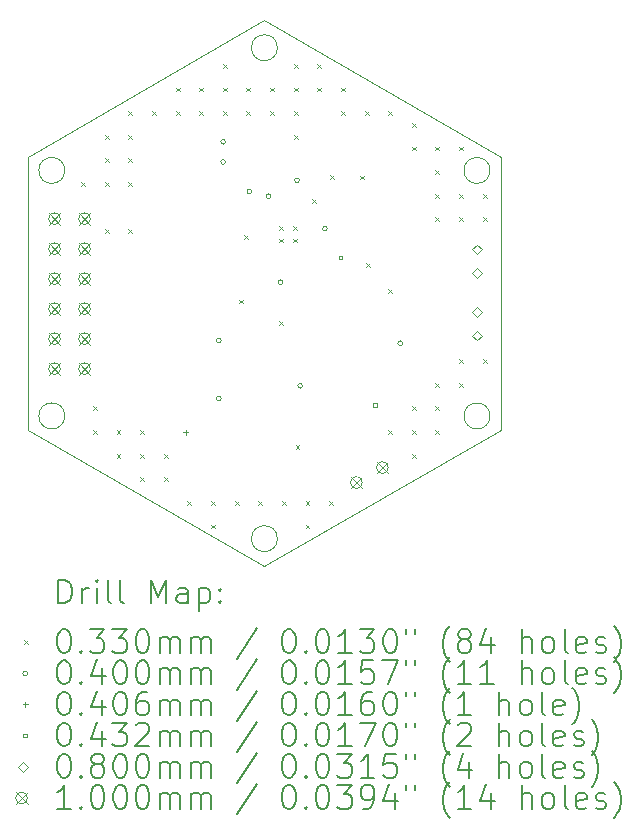
<source format=gbr>
%TF.GenerationSoftware,KiCad,Pcbnew,7.0.5*%
%TF.CreationDate,2023-06-06T16:57:11-04:00*%
%TF.ProjectId,PWR,5057522e-6b69-4636-9164-5f7063625858,rev?*%
%TF.SameCoordinates,Original*%
%TF.FileFunction,Drillmap*%
%TF.FilePolarity,Positive*%
%FSLAX45Y45*%
G04 Gerber Fmt 4.5, Leading zero omitted, Abs format (unit mm)*
G04 Created by KiCad (PCBNEW 7.0.5) date 2023-06-06 16:57:11*
%MOMM*%
%LPD*%
G01*
G04 APERTURE LIST*
%ADD10C,0.100000*%
%ADD11C,0.200000*%
%ADD12C,0.033020*%
%ADD13C,0.040000*%
%ADD14C,0.040640*%
%ADD15C,0.043180*%
%ADD16C,0.080000*%
G04 APERTURE END LIST*
D10*
X12700000Y-8385898D02*
X12700000Y-10695299D01*
X14810000Y-7462138D02*
G75*
G03*
X14810000Y-7462138I-110000J0D01*
G01*
X13010000Y-8501368D02*
G75*
G03*
X13010000Y-8501368I-110000J0D01*
G01*
X14700000Y-7231198D02*
X12700000Y-8385898D01*
X14810000Y-11619060D02*
G75*
G03*
X14810000Y-11619060I-110000J0D01*
G01*
X16610000Y-10579829D02*
G75*
G03*
X16610000Y-10579829I-110000J0D01*
G01*
X12700000Y-10695299D02*
X14700000Y-11850000D01*
X13010000Y-10579829D02*
G75*
G03*
X13010000Y-10579829I-110000J0D01*
G01*
X16700000Y-10695299D02*
X16700000Y-8385898D01*
X16700000Y-8385898D02*
X14700000Y-7231198D01*
X14700000Y-11850000D02*
X16700000Y-10695299D01*
X16610000Y-8501368D02*
G75*
G03*
X16610000Y-8501368I-110000J0D01*
G01*
D11*
D12*
X13148490Y-8599490D02*
X13181510Y-8632510D01*
X13181510Y-8599490D02*
X13148490Y-8632510D01*
X13248490Y-10499490D02*
X13281510Y-10532510D01*
X13281510Y-10499490D02*
X13248490Y-10532510D01*
X13248490Y-10699490D02*
X13281510Y-10732510D01*
X13281510Y-10699490D02*
X13248490Y-10732510D01*
X13348490Y-8199490D02*
X13381510Y-8232510D01*
X13381510Y-8199490D02*
X13348490Y-8232510D01*
X13348490Y-8399490D02*
X13381510Y-8432510D01*
X13381510Y-8399490D02*
X13348490Y-8432510D01*
X13348490Y-8599490D02*
X13381510Y-8632510D01*
X13381510Y-8599490D02*
X13348490Y-8632510D01*
X13348490Y-8999490D02*
X13381510Y-9032510D01*
X13381510Y-8999490D02*
X13348490Y-9032510D01*
X13448490Y-10699490D02*
X13481510Y-10732510D01*
X13481510Y-10699490D02*
X13448490Y-10732510D01*
X13448490Y-10899490D02*
X13481510Y-10932510D01*
X13481510Y-10899490D02*
X13448490Y-10932510D01*
X13548490Y-7999490D02*
X13581510Y-8032510D01*
X13581510Y-7999490D02*
X13548490Y-8032510D01*
X13548490Y-8199490D02*
X13581510Y-8232510D01*
X13581510Y-8199490D02*
X13548490Y-8232510D01*
X13548490Y-8399490D02*
X13581510Y-8432510D01*
X13581510Y-8399490D02*
X13548490Y-8432510D01*
X13548490Y-8599490D02*
X13581510Y-8632510D01*
X13581510Y-8599490D02*
X13548490Y-8632510D01*
X13548490Y-8999490D02*
X13581510Y-9032510D01*
X13581510Y-8999490D02*
X13548490Y-9032510D01*
X13648490Y-10699490D02*
X13681510Y-10732510D01*
X13681510Y-10699490D02*
X13648490Y-10732510D01*
X13648490Y-10899490D02*
X13681510Y-10932510D01*
X13681510Y-10899490D02*
X13648490Y-10932510D01*
X13648490Y-11099490D02*
X13681510Y-11132510D01*
X13681510Y-11099490D02*
X13648490Y-11132510D01*
X13748490Y-7999490D02*
X13781510Y-8032510D01*
X13781510Y-7999490D02*
X13748490Y-8032510D01*
X13848490Y-10899490D02*
X13881510Y-10932510D01*
X13881510Y-10899490D02*
X13848490Y-10932510D01*
X13848490Y-11099490D02*
X13881510Y-11132510D01*
X13881510Y-11099490D02*
X13848490Y-11132510D01*
X13948490Y-7799490D02*
X13981510Y-7832510D01*
X13981510Y-7799490D02*
X13948490Y-7832510D01*
X13948490Y-7999490D02*
X13981510Y-8032510D01*
X13981510Y-7999490D02*
X13948490Y-8032510D01*
X14048490Y-11299490D02*
X14081510Y-11332510D01*
X14081510Y-11299490D02*
X14048490Y-11332510D01*
X14148490Y-7799490D02*
X14181510Y-7832510D01*
X14181510Y-7799490D02*
X14148490Y-7832510D01*
X14148490Y-7999490D02*
X14181510Y-8032510D01*
X14181510Y-7999490D02*
X14148490Y-8032510D01*
X14248490Y-11299490D02*
X14281510Y-11332510D01*
X14281510Y-11299490D02*
X14248490Y-11332510D01*
X14248490Y-11499490D02*
X14281510Y-11532510D01*
X14281510Y-11499490D02*
X14248490Y-11532510D01*
X14348490Y-7599490D02*
X14381510Y-7632510D01*
X14381510Y-7599490D02*
X14348490Y-7632510D01*
X14348490Y-7799490D02*
X14381510Y-7832510D01*
X14381510Y-7799490D02*
X14348490Y-7832510D01*
X14348490Y-7999490D02*
X14381510Y-8032510D01*
X14381510Y-7999490D02*
X14348490Y-8032510D01*
X14448490Y-11299490D02*
X14481510Y-11332510D01*
X14481510Y-11299490D02*
X14448490Y-11332510D01*
X14486240Y-9594490D02*
X14519260Y-9627510D01*
X14519260Y-9594490D02*
X14486240Y-9627510D01*
X14528490Y-9048490D02*
X14561510Y-9081510D01*
X14561510Y-9048490D02*
X14528490Y-9081510D01*
X14548490Y-7799490D02*
X14581510Y-7832510D01*
X14581510Y-7799490D02*
X14548490Y-7832510D01*
X14548490Y-7999490D02*
X14581510Y-8032510D01*
X14581510Y-7999490D02*
X14548490Y-8032510D01*
X14648490Y-11299490D02*
X14681510Y-11332510D01*
X14681510Y-11299490D02*
X14648490Y-11332510D01*
X14748490Y-7799490D02*
X14781510Y-7832510D01*
X14781510Y-7799490D02*
X14748490Y-7832510D01*
X14748490Y-7999490D02*
X14781510Y-8032510D01*
X14781510Y-7999490D02*
X14748490Y-8032510D01*
X14824490Y-8970490D02*
X14857510Y-9003510D01*
X14857510Y-8970490D02*
X14824490Y-9003510D01*
X14824490Y-9077918D02*
X14857510Y-9110938D01*
X14857510Y-9077918D02*
X14824490Y-9110938D01*
X14824490Y-9778490D02*
X14857510Y-9811510D01*
X14857510Y-9778490D02*
X14824490Y-9811510D01*
X14848490Y-11299490D02*
X14881510Y-11332510D01*
X14881510Y-11299490D02*
X14848490Y-11332510D01*
X14938990Y-8971990D02*
X14972010Y-9005010D01*
X14972010Y-8971990D02*
X14938990Y-9005010D01*
X14940062Y-9077918D02*
X14973082Y-9110938D01*
X14973082Y-9077918D02*
X14940062Y-9110938D01*
X14948490Y-7599490D02*
X14981510Y-7632510D01*
X14981510Y-7599490D02*
X14948490Y-7632510D01*
X14948490Y-7799490D02*
X14981510Y-7832510D01*
X14981510Y-7799490D02*
X14948490Y-7832510D01*
X14948490Y-7999490D02*
X14981510Y-8032510D01*
X14981510Y-7999490D02*
X14948490Y-8032510D01*
X14948490Y-8199490D02*
X14981510Y-8232510D01*
X14981510Y-8199490D02*
X14948490Y-8232510D01*
X14963739Y-10828490D02*
X14996759Y-10861510D01*
X14996759Y-10828490D02*
X14963739Y-10861510D01*
X15048490Y-11299490D02*
X15081510Y-11332510D01*
X15081510Y-11299490D02*
X15048490Y-11332510D01*
X15048490Y-11499490D02*
X15081510Y-11532510D01*
X15081510Y-11499490D02*
X15048490Y-11532510D01*
X15102490Y-8744490D02*
X15135510Y-8777510D01*
X15135510Y-8744490D02*
X15102490Y-8777510D01*
X15148490Y-7599490D02*
X15181510Y-7632510D01*
X15181510Y-7599490D02*
X15148490Y-7632510D01*
X15148490Y-7799490D02*
X15181510Y-7832510D01*
X15181510Y-7799490D02*
X15148490Y-7832510D01*
X15248490Y-11299490D02*
X15281510Y-11332510D01*
X15281510Y-11299490D02*
X15248490Y-11332510D01*
X15256490Y-8540490D02*
X15289510Y-8573510D01*
X15289510Y-8540490D02*
X15256490Y-8573510D01*
X15348490Y-7799490D02*
X15381510Y-7832510D01*
X15381510Y-7799490D02*
X15348490Y-7832510D01*
X15348490Y-7999490D02*
X15381510Y-8032510D01*
X15381510Y-7999490D02*
X15348490Y-8032510D01*
X15511490Y-8544490D02*
X15544510Y-8577510D01*
X15544510Y-8544490D02*
X15511490Y-8577510D01*
X15548490Y-7999490D02*
X15581510Y-8032510D01*
X15581510Y-7999490D02*
X15548490Y-8032510D01*
X15557490Y-9282490D02*
X15590510Y-9315510D01*
X15590510Y-9282490D02*
X15557490Y-9315510D01*
X15748490Y-7999490D02*
X15781510Y-8032510D01*
X15781510Y-7999490D02*
X15748490Y-8032510D01*
X15748490Y-10699490D02*
X15781510Y-10732510D01*
X15781510Y-10699490D02*
X15748490Y-10732510D01*
X15750490Y-9508490D02*
X15783510Y-9541510D01*
X15783510Y-9508490D02*
X15750490Y-9541510D01*
X15948490Y-8099490D02*
X15981510Y-8132510D01*
X15981510Y-8099490D02*
X15948490Y-8132510D01*
X15948490Y-8299490D02*
X15981510Y-8332510D01*
X15981510Y-8299490D02*
X15948490Y-8332510D01*
X15948490Y-10499490D02*
X15981510Y-10532510D01*
X15981510Y-10499490D02*
X15948490Y-10532510D01*
X15948490Y-10699490D02*
X15981510Y-10732510D01*
X15981510Y-10699490D02*
X15948490Y-10732510D01*
X15948490Y-10899490D02*
X15981510Y-10932510D01*
X15981510Y-10899490D02*
X15948490Y-10932510D01*
X16148490Y-8299490D02*
X16181510Y-8332510D01*
X16181510Y-8299490D02*
X16148490Y-8332510D01*
X16148490Y-8499490D02*
X16181510Y-8532510D01*
X16181510Y-8499490D02*
X16148490Y-8532510D01*
X16148490Y-8699490D02*
X16181510Y-8732510D01*
X16181510Y-8699490D02*
X16148490Y-8732510D01*
X16148490Y-8899490D02*
X16181510Y-8932510D01*
X16181510Y-8899490D02*
X16148490Y-8932510D01*
X16148490Y-10299490D02*
X16181510Y-10332510D01*
X16181510Y-10299490D02*
X16148490Y-10332510D01*
X16148490Y-10499490D02*
X16181510Y-10532510D01*
X16181510Y-10499490D02*
X16148490Y-10532510D01*
X16148490Y-10699490D02*
X16181510Y-10732510D01*
X16181510Y-10699490D02*
X16148490Y-10732510D01*
X16348490Y-8299490D02*
X16381510Y-8332510D01*
X16381510Y-8299490D02*
X16348490Y-8332510D01*
X16348490Y-8699490D02*
X16381510Y-8732510D01*
X16381510Y-8699490D02*
X16348490Y-8732510D01*
X16348490Y-8899490D02*
X16381510Y-8932510D01*
X16381510Y-8899490D02*
X16348490Y-8932510D01*
X16348490Y-10099490D02*
X16381510Y-10132510D01*
X16381510Y-10099490D02*
X16348490Y-10132510D01*
X16348490Y-10299490D02*
X16381510Y-10332510D01*
X16381510Y-10299490D02*
X16348490Y-10332510D01*
X16548490Y-8699490D02*
X16581510Y-8732510D01*
X16581510Y-8699490D02*
X16548490Y-8732510D01*
X16548490Y-8899490D02*
X16581510Y-8932510D01*
X16581510Y-8899490D02*
X16548490Y-8932510D01*
X16548490Y-10099490D02*
X16581510Y-10132510D01*
X16581510Y-10099490D02*
X16548490Y-10132510D01*
D13*
X14333000Y-9942000D02*
G75*
G03*
X14333000Y-9942000I-20000J0D01*
G01*
X14333000Y-10432000D02*
G75*
G03*
X14333000Y-10432000I-20000J0D01*
G01*
X14370822Y-8259428D02*
G75*
G03*
X14370822Y-8259428I-20000J0D01*
G01*
X14370822Y-8429428D02*
G75*
G03*
X14370822Y-8429428I-20000J0D01*
G01*
X14592572Y-8678428D02*
G75*
G03*
X14592572Y-8678428I-20000J0D01*
G01*
X14754572Y-8720428D02*
G75*
G03*
X14754572Y-8720428I-20000J0D01*
G01*
X14857572Y-9446428D02*
G75*
G03*
X14857572Y-9446428I-20000J0D01*
G01*
X14996000Y-8585000D02*
G75*
G03*
X14996000Y-8585000I-20000J0D01*
G01*
X15023000Y-10325250D02*
G75*
G03*
X15023000Y-10325250I-20000J0D01*
G01*
X15232572Y-8994428D02*
G75*
G03*
X15232572Y-8994428I-20000J0D01*
G01*
X15870000Y-9964000D02*
G75*
G03*
X15870000Y-9964000I-20000J0D01*
G01*
D14*
X14035001Y-10697680D02*
X14035001Y-10738320D01*
X14014681Y-10718000D02*
X14055321Y-10718000D01*
D15*
X15360268Y-9253267D02*
X15360268Y-9222734D01*
X15329734Y-9222734D01*
X15329734Y-9253267D01*
X15360268Y-9253267D01*
X15654268Y-10502266D02*
X15654268Y-10471733D01*
X15623734Y-10471733D01*
X15623734Y-10502266D01*
X15654268Y-10502266D01*
D16*
X16500000Y-9210000D02*
X16540000Y-9170000D01*
X16500000Y-9130000D01*
X16460000Y-9170000D01*
X16500000Y-9210000D01*
X16500000Y-9410000D02*
X16540000Y-9370000D01*
X16500000Y-9330000D01*
X16460000Y-9370000D01*
X16500000Y-9410000D01*
X16500000Y-9740000D02*
X16540000Y-9700000D01*
X16500000Y-9660000D01*
X16460000Y-9700000D01*
X16500000Y-9740000D01*
X16500000Y-9940000D02*
X16540000Y-9900000D01*
X16500000Y-9860000D01*
X16460000Y-9900000D01*
X16500000Y-9940000D01*
D10*
X12872500Y-8860000D02*
X12972500Y-8960000D01*
X12972500Y-8860000D02*
X12872500Y-8960000D01*
X12972500Y-8910000D02*
G75*
G03*
X12972500Y-8910000I-50000J0D01*
G01*
X12872500Y-9114000D02*
X12972500Y-9214000D01*
X12972500Y-9114000D02*
X12872500Y-9214000D01*
X12972500Y-9164000D02*
G75*
G03*
X12972500Y-9164000I-50000J0D01*
G01*
X12872500Y-9368000D02*
X12972500Y-9468000D01*
X12972500Y-9368000D02*
X12872500Y-9468000D01*
X12972500Y-9418000D02*
G75*
G03*
X12972500Y-9418000I-50000J0D01*
G01*
X12872500Y-9622000D02*
X12972500Y-9722000D01*
X12972500Y-9622000D02*
X12872500Y-9722000D01*
X12972500Y-9672000D02*
G75*
G03*
X12972500Y-9672000I-50000J0D01*
G01*
X12872500Y-9876000D02*
X12972500Y-9976000D01*
X12972500Y-9876000D02*
X12872500Y-9976000D01*
X12972500Y-9926000D02*
G75*
G03*
X12972500Y-9926000I-50000J0D01*
G01*
X12872500Y-10130000D02*
X12972500Y-10230000D01*
X12972500Y-10130000D02*
X12872500Y-10230000D01*
X12972500Y-10180000D02*
G75*
G03*
X12972500Y-10180000I-50000J0D01*
G01*
X13126500Y-8860000D02*
X13226500Y-8960000D01*
X13226500Y-8860000D02*
X13126500Y-8960000D01*
X13226500Y-8910000D02*
G75*
G03*
X13226500Y-8910000I-50000J0D01*
G01*
X13126500Y-9114000D02*
X13226500Y-9214000D01*
X13226500Y-9114000D02*
X13126500Y-9214000D01*
X13226500Y-9164000D02*
G75*
G03*
X13226500Y-9164000I-50000J0D01*
G01*
X13126500Y-9368000D02*
X13226500Y-9468000D01*
X13226500Y-9368000D02*
X13126500Y-9468000D01*
X13226500Y-9418000D02*
G75*
G03*
X13226500Y-9418000I-50000J0D01*
G01*
X13126500Y-9622000D02*
X13226500Y-9722000D01*
X13226500Y-9622000D02*
X13126500Y-9722000D01*
X13226500Y-9672000D02*
G75*
G03*
X13226500Y-9672000I-50000J0D01*
G01*
X13126500Y-9876000D02*
X13226500Y-9976000D01*
X13226500Y-9876000D02*
X13126500Y-9976000D01*
X13226500Y-9926000D02*
G75*
G03*
X13226500Y-9926000I-50000J0D01*
G01*
X13126500Y-10130000D02*
X13226500Y-10230000D01*
X13226500Y-10130000D02*
X13126500Y-10230000D01*
X13226500Y-10180000D02*
G75*
G03*
X13226500Y-10180000I-50000J0D01*
G01*
X15429582Y-11093750D02*
X15529582Y-11193750D01*
X15529582Y-11093750D02*
X15429582Y-11193750D01*
X15529582Y-11143750D02*
G75*
G03*
X15529582Y-11143750I-50000J0D01*
G01*
X15649552Y-10966750D02*
X15749552Y-11066750D01*
X15749552Y-10966750D02*
X15649552Y-11066750D01*
X15749552Y-11016750D02*
G75*
G03*
X15749552Y-11016750I-50000J0D01*
G01*
D11*
X12955777Y-12166484D02*
X12955777Y-11966484D01*
X12955777Y-11966484D02*
X13003396Y-11966484D01*
X13003396Y-11966484D02*
X13031967Y-11976008D01*
X13031967Y-11976008D02*
X13051015Y-11995055D01*
X13051015Y-11995055D02*
X13060539Y-12014103D01*
X13060539Y-12014103D02*
X13070062Y-12052198D01*
X13070062Y-12052198D02*
X13070062Y-12080769D01*
X13070062Y-12080769D02*
X13060539Y-12118865D01*
X13060539Y-12118865D02*
X13051015Y-12137912D01*
X13051015Y-12137912D02*
X13031967Y-12156960D01*
X13031967Y-12156960D02*
X13003396Y-12166484D01*
X13003396Y-12166484D02*
X12955777Y-12166484D01*
X13155777Y-12166484D02*
X13155777Y-12033150D01*
X13155777Y-12071246D02*
X13165301Y-12052198D01*
X13165301Y-12052198D02*
X13174824Y-12042674D01*
X13174824Y-12042674D02*
X13193872Y-12033150D01*
X13193872Y-12033150D02*
X13212920Y-12033150D01*
X13279586Y-12166484D02*
X13279586Y-12033150D01*
X13279586Y-11966484D02*
X13270062Y-11976008D01*
X13270062Y-11976008D02*
X13279586Y-11985531D01*
X13279586Y-11985531D02*
X13289110Y-11976008D01*
X13289110Y-11976008D02*
X13279586Y-11966484D01*
X13279586Y-11966484D02*
X13279586Y-11985531D01*
X13403396Y-12166484D02*
X13384348Y-12156960D01*
X13384348Y-12156960D02*
X13374824Y-12137912D01*
X13374824Y-12137912D02*
X13374824Y-11966484D01*
X13508158Y-12166484D02*
X13489110Y-12156960D01*
X13489110Y-12156960D02*
X13479586Y-12137912D01*
X13479586Y-12137912D02*
X13479586Y-11966484D01*
X13736729Y-12166484D02*
X13736729Y-11966484D01*
X13736729Y-11966484D02*
X13803396Y-12109341D01*
X13803396Y-12109341D02*
X13870062Y-11966484D01*
X13870062Y-11966484D02*
X13870062Y-12166484D01*
X14051015Y-12166484D02*
X14051015Y-12061722D01*
X14051015Y-12061722D02*
X14041491Y-12042674D01*
X14041491Y-12042674D02*
X14022443Y-12033150D01*
X14022443Y-12033150D02*
X13984348Y-12033150D01*
X13984348Y-12033150D02*
X13965301Y-12042674D01*
X14051015Y-12156960D02*
X14031967Y-12166484D01*
X14031967Y-12166484D02*
X13984348Y-12166484D01*
X13984348Y-12166484D02*
X13965301Y-12156960D01*
X13965301Y-12156960D02*
X13955777Y-12137912D01*
X13955777Y-12137912D02*
X13955777Y-12118865D01*
X13955777Y-12118865D02*
X13965301Y-12099817D01*
X13965301Y-12099817D02*
X13984348Y-12090293D01*
X13984348Y-12090293D02*
X14031967Y-12090293D01*
X14031967Y-12090293D02*
X14051015Y-12080769D01*
X14146253Y-12033150D02*
X14146253Y-12233150D01*
X14146253Y-12042674D02*
X14165301Y-12033150D01*
X14165301Y-12033150D02*
X14203396Y-12033150D01*
X14203396Y-12033150D02*
X14222443Y-12042674D01*
X14222443Y-12042674D02*
X14231967Y-12052198D01*
X14231967Y-12052198D02*
X14241491Y-12071246D01*
X14241491Y-12071246D02*
X14241491Y-12128388D01*
X14241491Y-12128388D02*
X14231967Y-12147436D01*
X14231967Y-12147436D02*
X14222443Y-12156960D01*
X14222443Y-12156960D02*
X14203396Y-12166484D01*
X14203396Y-12166484D02*
X14165301Y-12166484D01*
X14165301Y-12166484D02*
X14146253Y-12156960D01*
X14327205Y-12147436D02*
X14336729Y-12156960D01*
X14336729Y-12156960D02*
X14327205Y-12166484D01*
X14327205Y-12166484D02*
X14317682Y-12156960D01*
X14317682Y-12156960D02*
X14327205Y-12147436D01*
X14327205Y-12147436D02*
X14327205Y-12166484D01*
X14327205Y-12042674D02*
X14336729Y-12052198D01*
X14336729Y-12052198D02*
X14327205Y-12061722D01*
X14327205Y-12061722D02*
X14317682Y-12052198D01*
X14317682Y-12052198D02*
X14327205Y-12042674D01*
X14327205Y-12042674D02*
X14327205Y-12061722D01*
D12*
X12661980Y-12478490D02*
X12695000Y-12511510D01*
X12695000Y-12478490D02*
X12661980Y-12511510D01*
D11*
X12993872Y-12386484D02*
X13012920Y-12386484D01*
X13012920Y-12386484D02*
X13031967Y-12396008D01*
X13031967Y-12396008D02*
X13041491Y-12405531D01*
X13041491Y-12405531D02*
X13051015Y-12424579D01*
X13051015Y-12424579D02*
X13060539Y-12462674D01*
X13060539Y-12462674D02*
X13060539Y-12510293D01*
X13060539Y-12510293D02*
X13051015Y-12548388D01*
X13051015Y-12548388D02*
X13041491Y-12567436D01*
X13041491Y-12567436D02*
X13031967Y-12576960D01*
X13031967Y-12576960D02*
X13012920Y-12586484D01*
X13012920Y-12586484D02*
X12993872Y-12586484D01*
X12993872Y-12586484D02*
X12974824Y-12576960D01*
X12974824Y-12576960D02*
X12965301Y-12567436D01*
X12965301Y-12567436D02*
X12955777Y-12548388D01*
X12955777Y-12548388D02*
X12946253Y-12510293D01*
X12946253Y-12510293D02*
X12946253Y-12462674D01*
X12946253Y-12462674D02*
X12955777Y-12424579D01*
X12955777Y-12424579D02*
X12965301Y-12405531D01*
X12965301Y-12405531D02*
X12974824Y-12396008D01*
X12974824Y-12396008D02*
X12993872Y-12386484D01*
X13146253Y-12567436D02*
X13155777Y-12576960D01*
X13155777Y-12576960D02*
X13146253Y-12586484D01*
X13146253Y-12586484D02*
X13136729Y-12576960D01*
X13136729Y-12576960D02*
X13146253Y-12567436D01*
X13146253Y-12567436D02*
X13146253Y-12586484D01*
X13222443Y-12386484D02*
X13346253Y-12386484D01*
X13346253Y-12386484D02*
X13279586Y-12462674D01*
X13279586Y-12462674D02*
X13308158Y-12462674D01*
X13308158Y-12462674D02*
X13327205Y-12472198D01*
X13327205Y-12472198D02*
X13336729Y-12481722D01*
X13336729Y-12481722D02*
X13346253Y-12500769D01*
X13346253Y-12500769D02*
X13346253Y-12548388D01*
X13346253Y-12548388D02*
X13336729Y-12567436D01*
X13336729Y-12567436D02*
X13327205Y-12576960D01*
X13327205Y-12576960D02*
X13308158Y-12586484D01*
X13308158Y-12586484D02*
X13251015Y-12586484D01*
X13251015Y-12586484D02*
X13231967Y-12576960D01*
X13231967Y-12576960D02*
X13222443Y-12567436D01*
X13412920Y-12386484D02*
X13536729Y-12386484D01*
X13536729Y-12386484D02*
X13470062Y-12462674D01*
X13470062Y-12462674D02*
X13498634Y-12462674D01*
X13498634Y-12462674D02*
X13517682Y-12472198D01*
X13517682Y-12472198D02*
X13527205Y-12481722D01*
X13527205Y-12481722D02*
X13536729Y-12500769D01*
X13536729Y-12500769D02*
X13536729Y-12548388D01*
X13536729Y-12548388D02*
X13527205Y-12567436D01*
X13527205Y-12567436D02*
X13517682Y-12576960D01*
X13517682Y-12576960D02*
X13498634Y-12586484D01*
X13498634Y-12586484D02*
X13441491Y-12586484D01*
X13441491Y-12586484D02*
X13422443Y-12576960D01*
X13422443Y-12576960D02*
X13412920Y-12567436D01*
X13660539Y-12386484D02*
X13679586Y-12386484D01*
X13679586Y-12386484D02*
X13698634Y-12396008D01*
X13698634Y-12396008D02*
X13708158Y-12405531D01*
X13708158Y-12405531D02*
X13717682Y-12424579D01*
X13717682Y-12424579D02*
X13727205Y-12462674D01*
X13727205Y-12462674D02*
X13727205Y-12510293D01*
X13727205Y-12510293D02*
X13717682Y-12548388D01*
X13717682Y-12548388D02*
X13708158Y-12567436D01*
X13708158Y-12567436D02*
X13698634Y-12576960D01*
X13698634Y-12576960D02*
X13679586Y-12586484D01*
X13679586Y-12586484D02*
X13660539Y-12586484D01*
X13660539Y-12586484D02*
X13641491Y-12576960D01*
X13641491Y-12576960D02*
X13631967Y-12567436D01*
X13631967Y-12567436D02*
X13622443Y-12548388D01*
X13622443Y-12548388D02*
X13612920Y-12510293D01*
X13612920Y-12510293D02*
X13612920Y-12462674D01*
X13612920Y-12462674D02*
X13622443Y-12424579D01*
X13622443Y-12424579D02*
X13631967Y-12405531D01*
X13631967Y-12405531D02*
X13641491Y-12396008D01*
X13641491Y-12396008D02*
X13660539Y-12386484D01*
X13812920Y-12586484D02*
X13812920Y-12453150D01*
X13812920Y-12472198D02*
X13822443Y-12462674D01*
X13822443Y-12462674D02*
X13841491Y-12453150D01*
X13841491Y-12453150D02*
X13870063Y-12453150D01*
X13870063Y-12453150D02*
X13889110Y-12462674D01*
X13889110Y-12462674D02*
X13898634Y-12481722D01*
X13898634Y-12481722D02*
X13898634Y-12586484D01*
X13898634Y-12481722D02*
X13908158Y-12462674D01*
X13908158Y-12462674D02*
X13927205Y-12453150D01*
X13927205Y-12453150D02*
X13955777Y-12453150D01*
X13955777Y-12453150D02*
X13974824Y-12462674D01*
X13974824Y-12462674D02*
X13984348Y-12481722D01*
X13984348Y-12481722D02*
X13984348Y-12586484D01*
X14079586Y-12586484D02*
X14079586Y-12453150D01*
X14079586Y-12472198D02*
X14089110Y-12462674D01*
X14089110Y-12462674D02*
X14108158Y-12453150D01*
X14108158Y-12453150D02*
X14136729Y-12453150D01*
X14136729Y-12453150D02*
X14155777Y-12462674D01*
X14155777Y-12462674D02*
X14165301Y-12481722D01*
X14165301Y-12481722D02*
X14165301Y-12586484D01*
X14165301Y-12481722D02*
X14174824Y-12462674D01*
X14174824Y-12462674D02*
X14193872Y-12453150D01*
X14193872Y-12453150D02*
X14222443Y-12453150D01*
X14222443Y-12453150D02*
X14241491Y-12462674D01*
X14241491Y-12462674D02*
X14251015Y-12481722D01*
X14251015Y-12481722D02*
X14251015Y-12586484D01*
X14641491Y-12376960D02*
X14470063Y-12634103D01*
X14898634Y-12386484D02*
X14917682Y-12386484D01*
X14917682Y-12386484D02*
X14936729Y-12396008D01*
X14936729Y-12396008D02*
X14946253Y-12405531D01*
X14946253Y-12405531D02*
X14955777Y-12424579D01*
X14955777Y-12424579D02*
X14965301Y-12462674D01*
X14965301Y-12462674D02*
X14965301Y-12510293D01*
X14965301Y-12510293D02*
X14955777Y-12548388D01*
X14955777Y-12548388D02*
X14946253Y-12567436D01*
X14946253Y-12567436D02*
X14936729Y-12576960D01*
X14936729Y-12576960D02*
X14917682Y-12586484D01*
X14917682Y-12586484D02*
X14898634Y-12586484D01*
X14898634Y-12586484D02*
X14879586Y-12576960D01*
X14879586Y-12576960D02*
X14870063Y-12567436D01*
X14870063Y-12567436D02*
X14860539Y-12548388D01*
X14860539Y-12548388D02*
X14851015Y-12510293D01*
X14851015Y-12510293D02*
X14851015Y-12462674D01*
X14851015Y-12462674D02*
X14860539Y-12424579D01*
X14860539Y-12424579D02*
X14870063Y-12405531D01*
X14870063Y-12405531D02*
X14879586Y-12396008D01*
X14879586Y-12396008D02*
X14898634Y-12386484D01*
X15051015Y-12567436D02*
X15060539Y-12576960D01*
X15060539Y-12576960D02*
X15051015Y-12586484D01*
X15051015Y-12586484D02*
X15041491Y-12576960D01*
X15041491Y-12576960D02*
X15051015Y-12567436D01*
X15051015Y-12567436D02*
X15051015Y-12586484D01*
X15184348Y-12386484D02*
X15203396Y-12386484D01*
X15203396Y-12386484D02*
X15222444Y-12396008D01*
X15222444Y-12396008D02*
X15231967Y-12405531D01*
X15231967Y-12405531D02*
X15241491Y-12424579D01*
X15241491Y-12424579D02*
X15251015Y-12462674D01*
X15251015Y-12462674D02*
X15251015Y-12510293D01*
X15251015Y-12510293D02*
X15241491Y-12548388D01*
X15241491Y-12548388D02*
X15231967Y-12567436D01*
X15231967Y-12567436D02*
X15222444Y-12576960D01*
X15222444Y-12576960D02*
X15203396Y-12586484D01*
X15203396Y-12586484D02*
X15184348Y-12586484D01*
X15184348Y-12586484D02*
X15165301Y-12576960D01*
X15165301Y-12576960D02*
X15155777Y-12567436D01*
X15155777Y-12567436D02*
X15146253Y-12548388D01*
X15146253Y-12548388D02*
X15136729Y-12510293D01*
X15136729Y-12510293D02*
X15136729Y-12462674D01*
X15136729Y-12462674D02*
X15146253Y-12424579D01*
X15146253Y-12424579D02*
X15155777Y-12405531D01*
X15155777Y-12405531D02*
X15165301Y-12396008D01*
X15165301Y-12396008D02*
X15184348Y-12386484D01*
X15441491Y-12586484D02*
X15327206Y-12586484D01*
X15384348Y-12586484D02*
X15384348Y-12386484D01*
X15384348Y-12386484D02*
X15365301Y-12415055D01*
X15365301Y-12415055D02*
X15346253Y-12434103D01*
X15346253Y-12434103D02*
X15327206Y-12443627D01*
X15508158Y-12386484D02*
X15631967Y-12386484D01*
X15631967Y-12386484D02*
X15565301Y-12462674D01*
X15565301Y-12462674D02*
X15593872Y-12462674D01*
X15593872Y-12462674D02*
X15612920Y-12472198D01*
X15612920Y-12472198D02*
X15622444Y-12481722D01*
X15622444Y-12481722D02*
X15631967Y-12500769D01*
X15631967Y-12500769D02*
X15631967Y-12548388D01*
X15631967Y-12548388D02*
X15622444Y-12567436D01*
X15622444Y-12567436D02*
X15612920Y-12576960D01*
X15612920Y-12576960D02*
X15593872Y-12586484D01*
X15593872Y-12586484D02*
X15536729Y-12586484D01*
X15536729Y-12586484D02*
X15517682Y-12576960D01*
X15517682Y-12576960D02*
X15508158Y-12567436D01*
X15755777Y-12386484D02*
X15774825Y-12386484D01*
X15774825Y-12386484D02*
X15793872Y-12396008D01*
X15793872Y-12396008D02*
X15803396Y-12405531D01*
X15803396Y-12405531D02*
X15812920Y-12424579D01*
X15812920Y-12424579D02*
X15822444Y-12462674D01*
X15822444Y-12462674D02*
X15822444Y-12510293D01*
X15822444Y-12510293D02*
X15812920Y-12548388D01*
X15812920Y-12548388D02*
X15803396Y-12567436D01*
X15803396Y-12567436D02*
X15793872Y-12576960D01*
X15793872Y-12576960D02*
X15774825Y-12586484D01*
X15774825Y-12586484D02*
X15755777Y-12586484D01*
X15755777Y-12586484D02*
X15736729Y-12576960D01*
X15736729Y-12576960D02*
X15727206Y-12567436D01*
X15727206Y-12567436D02*
X15717682Y-12548388D01*
X15717682Y-12548388D02*
X15708158Y-12510293D01*
X15708158Y-12510293D02*
X15708158Y-12462674D01*
X15708158Y-12462674D02*
X15717682Y-12424579D01*
X15717682Y-12424579D02*
X15727206Y-12405531D01*
X15727206Y-12405531D02*
X15736729Y-12396008D01*
X15736729Y-12396008D02*
X15755777Y-12386484D01*
X15898634Y-12386484D02*
X15898634Y-12424579D01*
X15974825Y-12386484D02*
X15974825Y-12424579D01*
X16270063Y-12662674D02*
X16260539Y-12653150D01*
X16260539Y-12653150D02*
X16241491Y-12624579D01*
X16241491Y-12624579D02*
X16231968Y-12605531D01*
X16231968Y-12605531D02*
X16222444Y-12576960D01*
X16222444Y-12576960D02*
X16212920Y-12529341D01*
X16212920Y-12529341D02*
X16212920Y-12491246D01*
X16212920Y-12491246D02*
X16222444Y-12443627D01*
X16222444Y-12443627D02*
X16231968Y-12415055D01*
X16231968Y-12415055D02*
X16241491Y-12396008D01*
X16241491Y-12396008D02*
X16260539Y-12367436D01*
X16260539Y-12367436D02*
X16270063Y-12357912D01*
X16374825Y-12472198D02*
X16355777Y-12462674D01*
X16355777Y-12462674D02*
X16346253Y-12453150D01*
X16346253Y-12453150D02*
X16336729Y-12434103D01*
X16336729Y-12434103D02*
X16336729Y-12424579D01*
X16336729Y-12424579D02*
X16346253Y-12405531D01*
X16346253Y-12405531D02*
X16355777Y-12396008D01*
X16355777Y-12396008D02*
X16374825Y-12386484D01*
X16374825Y-12386484D02*
X16412920Y-12386484D01*
X16412920Y-12386484D02*
X16431968Y-12396008D01*
X16431968Y-12396008D02*
X16441491Y-12405531D01*
X16441491Y-12405531D02*
X16451015Y-12424579D01*
X16451015Y-12424579D02*
X16451015Y-12434103D01*
X16451015Y-12434103D02*
X16441491Y-12453150D01*
X16441491Y-12453150D02*
X16431968Y-12462674D01*
X16431968Y-12462674D02*
X16412920Y-12472198D01*
X16412920Y-12472198D02*
X16374825Y-12472198D01*
X16374825Y-12472198D02*
X16355777Y-12481722D01*
X16355777Y-12481722D02*
X16346253Y-12491246D01*
X16346253Y-12491246D02*
X16336729Y-12510293D01*
X16336729Y-12510293D02*
X16336729Y-12548388D01*
X16336729Y-12548388D02*
X16346253Y-12567436D01*
X16346253Y-12567436D02*
X16355777Y-12576960D01*
X16355777Y-12576960D02*
X16374825Y-12586484D01*
X16374825Y-12586484D02*
X16412920Y-12586484D01*
X16412920Y-12586484D02*
X16431968Y-12576960D01*
X16431968Y-12576960D02*
X16441491Y-12567436D01*
X16441491Y-12567436D02*
X16451015Y-12548388D01*
X16451015Y-12548388D02*
X16451015Y-12510293D01*
X16451015Y-12510293D02*
X16441491Y-12491246D01*
X16441491Y-12491246D02*
X16431968Y-12481722D01*
X16431968Y-12481722D02*
X16412920Y-12472198D01*
X16622444Y-12453150D02*
X16622444Y-12586484D01*
X16574825Y-12376960D02*
X16527206Y-12519817D01*
X16527206Y-12519817D02*
X16651015Y-12519817D01*
X16879587Y-12586484D02*
X16879587Y-12386484D01*
X16965301Y-12586484D02*
X16965301Y-12481722D01*
X16965301Y-12481722D02*
X16955777Y-12462674D01*
X16955777Y-12462674D02*
X16936730Y-12453150D01*
X16936730Y-12453150D02*
X16908158Y-12453150D01*
X16908158Y-12453150D02*
X16889111Y-12462674D01*
X16889111Y-12462674D02*
X16879587Y-12472198D01*
X17089111Y-12586484D02*
X17070063Y-12576960D01*
X17070063Y-12576960D02*
X17060539Y-12567436D01*
X17060539Y-12567436D02*
X17051015Y-12548388D01*
X17051015Y-12548388D02*
X17051015Y-12491246D01*
X17051015Y-12491246D02*
X17060539Y-12472198D01*
X17060539Y-12472198D02*
X17070063Y-12462674D01*
X17070063Y-12462674D02*
X17089111Y-12453150D01*
X17089111Y-12453150D02*
X17117682Y-12453150D01*
X17117682Y-12453150D02*
X17136730Y-12462674D01*
X17136730Y-12462674D02*
X17146253Y-12472198D01*
X17146253Y-12472198D02*
X17155777Y-12491246D01*
X17155777Y-12491246D02*
X17155777Y-12548388D01*
X17155777Y-12548388D02*
X17146253Y-12567436D01*
X17146253Y-12567436D02*
X17136730Y-12576960D01*
X17136730Y-12576960D02*
X17117682Y-12586484D01*
X17117682Y-12586484D02*
X17089111Y-12586484D01*
X17270063Y-12586484D02*
X17251015Y-12576960D01*
X17251015Y-12576960D02*
X17241492Y-12557912D01*
X17241492Y-12557912D02*
X17241492Y-12386484D01*
X17422444Y-12576960D02*
X17403396Y-12586484D01*
X17403396Y-12586484D02*
X17365301Y-12586484D01*
X17365301Y-12586484D02*
X17346253Y-12576960D01*
X17346253Y-12576960D02*
X17336730Y-12557912D01*
X17336730Y-12557912D02*
X17336730Y-12481722D01*
X17336730Y-12481722D02*
X17346253Y-12462674D01*
X17346253Y-12462674D02*
X17365301Y-12453150D01*
X17365301Y-12453150D02*
X17403396Y-12453150D01*
X17403396Y-12453150D02*
X17422444Y-12462674D01*
X17422444Y-12462674D02*
X17431968Y-12481722D01*
X17431968Y-12481722D02*
X17431968Y-12500769D01*
X17431968Y-12500769D02*
X17336730Y-12519817D01*
X17508158Y-12576960D02*
X17527206Y-12586484D01*
X17527206Y-12586484D02*
X17565301Y-12586484D01*
X17565301Y-12586484D02*
X17584349Y-12576960D01*
X17584349Y-12576960D02*
X17593873Y-12557912D01*
X17593873Y-12557912D02*
X17593873Y-12548388D01*
X17593873Y-12548388D02*
X17584349Y-12529341D01*
X17584349Y-12529341D02*
X17565301Y-12519817D01*
X17565301Y-12519817D02*
X17536730Y-12519817D01*
X17536730Y-12519817D02*
X17517682Y-12510293D01*
X17517682Y-12510293D02*
X17508158Y-12491246D01*
X17508158Y-12491246D02*
X17508158Y-12481722D01*
X17508158Y-12481722D02*
X17517682Y-12462674D01*
X17517682Y-12462674D02*
X17536730Y-12453150D01*
X17536730Y-12453150D02*
X17565301Y-12453150D01*
X17565301Y-12453150D02*
X17584349Y-12462674D01*
X17660539Y-12662674D02*
X17670063Y-12653150D01*
X17670063Y-12653150D02*
X17689111Y-12624579D01*
X17689111Y-12624579D02*
X17698634Y-12605531D01*
X17698634Y-12605531D02*
X17708158Y-12576960D01*
X17708158Y-12576960D02*
X17717682Y-12529341D01*
X17717682Y-12529341D02*
X17717682Y-12491246D01*
X17717682Y-12491246D02*
X17708158Y-12443627D01*
X17708158Y-12443627D02*
X17698634Y-12415055D01*
X17698634Y-12415055D02*
X17689111Y-12396008D01*
X17689111Y-12396008D02*
X17670063Y-12367436D01*
X17670063Y-12367436D02*
X17660539Y-12357912D01*
D13*
X12695000Y-12759000D02*
G75*
G03*
X12695000Y-12759000I-20000J0D01*
G01*
D11*
X12993872Y-12650484D02*
X13012920Y-12650484D01*
X13012920Y-12650484D02*
X13031967Y-12660008D01*
X13031967Y-12660008D02*
X13041491Y-12669531D01*
X13041491Y-12669531D02*
X13051015Y-12688579D01*
X13051015Y-12688579D02*
X13060539Y-12726674D01*
X13060539Y-12726674D02*
X13060539Y-12774293D01*
X13060539Y-12774293D02*
X13051015Y-12812388D01*
X13051015Y-12812388D02*
X13041491Y-12831436D01*
X13041491Y-12831436D02*
X13031967Y-12840960D01*
X13031967Y-12840960D02*
X13012920Y-12850484D01*
X13012920Y-12850484D02*
X12993872Y-12850484D01*
X12993872Y-12850484D02*
X12974824Y-12840960D01*
X12974824Y-12840960D02*
X12965301Y-12831436D01*
X12965301Y-12831436D02*
X12955777Y-12812388D01*
X12955777Y-12812388D02*
X12946253Y-12774293D01*
X12946253Y-12774293D02*
X12946253Y-12726674D01*
X12946253Y-12726674D02*
X12955777Y-12688579D01*
X12955777Y-12688579D02*
X12965301Y-12669531D01*
X12965301Y-12669531D02*
X12974824Y-12660008D01*
X12974824Y-12660008D02*
X12993872Y-12650484D01*
X13146253Y-12831436D02*
X13155777Y-12840960D01*
X13155777Y-12840960D02*
X13146253Y-12850484D01*
X13146253Y-12850484D02*
X13136729Y-12840960D01*
X13136729Y-12840960D02*
X13146253Y-12831436D01*
X13146253Y-12831436D02*
X13146253Y-12850484D01*
X13327205Y-12717150D02*
X13327205Y-12850484D01*
X13279586Y-12640960D02*
X13231967Y-12783817D01*
X13231967Y-12783817D02*
X13355777Y-12783817D01*
X13470062Y-12650484D02*
X13489110Y-12650484D01*
X13489110Y-12650484D02*
X13508158Y-12660008D01*
X13508158Y-12660008D02*
X13517682Y-12669531D01*
X13517682Y-12669531D02*
X13527205Y-12688579D01*
X13527205Y-12688579D02*
X13536729Y-12726674D01*
X13536729Y-12726674D02*
X13536729Y-12774293D01*
X13536729Y-12774293D02*
X13527205Y-12812388D01*
X13527205Y-12812388D02*
X13517682Y-12831436D01*
X13517682Y-12831436D02*
X13508158Y-12840960D01*
X13508158Y-12840960D02*
X13489110Y-12850484D01*
X13489110Y-12850484D02*
X13470062Y-12850484D01*
X13470062Y-12850484D02*
X13451015Y-12840960D01*
X13451015Y-12840960D02*
X13441491Y-12831436D01*
X13441491Y-12831436D02*
X13431967Y-12812388D01*
X13431967Y-12812388D02*
X13422443Y-12774293D01*
X13422443Y-12774293D02*
X13422443Y-12726674D01*
X13422443Y-12726674D02*
X13431967Y-12688579D01*
X13431967Y-12688579D02*
X13441491Y-12669531D01*
X13441491Y-12669531D02*
X13451015Y-12660008D01*
X13451015Y-12660008D02*
X13470062Y-12650484D01*
X13660539Y-12650484D02*
X13679586Y-12650484D01*
X13679586Y-12650484D02*
X13698634Y-12660008D01*
X13698634Y-12660008D02*
X13708158Y-12669531D01*
X13708158Y-12669531D02*
X13717682Y-12688579D01*
X13717682Y-12688579D02*
X13727205Y-12726674D01*
X13727205Y-12726674D02*
X13727205Y-12774293D01*
X13727205Y-12774293D02*
X13717682Y-12812388D01*
X13717682Y-12812388D02*
X13708158Y-12831436D01*
X13708158Y-12831436D02*
X13698634Y-12840960D01*
X13698634Y-12840960D02*
X13679586Y-12850484D01*
X13679586Y-12850484D02*
X13660539Y-12850484D01*
X13660539Y-12850484D02*
X13641491Y-12840960D01*
X13641491Y-12840960D02*
X13631967Y-12831436D01*
X13631967Y-12831436D02*
X13622443Y-12812388D01*
X13622443Y-12812388D02*
X13612920Y-12774293D01*
X13612920Y-12774293D02*
X13612920Y-12726674D01*
X13612920Y-12726674D02*
X13622443Y-12688579D01*
X13622443Y-12688579D02*
X13631967Y-12669531D01*
X13631967Y-12669531D02*
X13641491Y-12660008D01*
X13641491Y-12660008D02*
X13660539Y-12650484D01*
X13812920Y-12850484D02*
X13812920Y-12717150D01*
X13812920Y-12736198D02*
X13822443Y-12726674D01*
X13822443Y-12726674D02*
X13841491Y-12717150D01*
X13841491Y-12717150D02*
X13870063Y-12717150D01*
X13870063Y-12717150D02*
X13889110Y-12726674D01*
X13889110Y-12726674D02*
X13898634Y-12745722D01*
X13898634Y-12745722D02*
X13898634Y-12850484D01*
X13898634Y-12745722D02*
X13908158Y-12726674D01*
X13908158Y-12726674D02*
X13927205Y-12717150D01*
X13927205Y-12717150D02*
X13955777Y-12717150D01*
X13955777Y-12717150D02*
X13974824Y-12726674D01*
X13974824Y-12726674D02*
X13984348Y-12745722D01*
X13984348Y-12745722D02*
X13984348Y-12850484D01*
X14079586Y-12850484D02*
X14079586Y-12717150D01*
X14079586Y-12736198D02*
X14089110Y-12726674D01*
X14089110Y-12726674D02*
X14108158Y-12717150D01*
X14108158Y-12717150D02*
X14136729Y-12717150D01*
X14136729Y-12717150D02*
X14155777Y-12726674D01*
X14155777Y-12726674D02*
X14165301Y-12745722D01*
X14165301Y-12745722D02*
X14165301Y-12850484D01*
X14165301Y-12745722D02*
X14174824Y-12726674D01*
X14174824Y-12726674D02*
X14193872Y-12717150D01*
X14193872Y-12717150D02*
X14222443Y-12717150D01*
X14222443Y-12717150D02*
X14241491Y-12726674D01*
X14241491Y-12726674D02*
X14251015Y-12745722D01*
X14251015Y-12745722D02*
X14251015Y-12850484D01*
X14641491Y-12640960D02*
X14470063Y-12898103D01*
X14898634Y-12650484D02*
X14917682Y-12650484D01*
X14917682Y-12650484D02*
X14936729Y-12660008D01*
X14936729Y-12660008D02*
X14946253Y-12669531D01*
X14946253Y-12669531D02*
X14955777Y-12688579D01*
X14955777Y-12688579D02*
X14965301Y-12726674D01*
X14965301Y-12726674D02*
X14965301Y-12774293D01*
X14965301Y-12774293D02*
X14955777Y-12812388D01*
X14955777Y-12812388D02*
X14946253Y-12831436D01*
X14946253Y-12831436D02*
X14936729Y-12840960D01*
X14936729Y-12840960D02*
X14917682Y-12850484D01*
X14917682Y-12850484D02*
X14898634Y-12850484D01*
X14898634Y-12850484D02*
X14879586Y-12840960D01*
X14879586Y-12840960D02*
X14870063Y-12831436D01*
X14870063Y-12831436D02*
X14860539Y-12812388D01*
X14860539Y-12812388D02*
X14851015Y-12774293D01*
X14851015Y-12774293D02*
X14851015Y-12726674D01*
X14851015Y-12726674D02*
X14860539Y-12688579D01*
X14860539Y-12688579D02*
X14870063Y-12669531D01*
X14870063Y-12669531D02*
X14879586Y-12660008D01*
X14879586Y-12660008D02*
X14898634Y-12650484D01*
X15051015Y-12831436D02*
X15060539Y-12840960D01*
X15060539Y-12840960D02*
X15051015Y-12850484D01*
X15051015Y-12850484D02*
X15041491Y-12840960D01*
X15041491Y-12840960D02*
X15051015Y-12831436D01*
X15051015Y-12831436D02*
X15051015Y-12850484D01*
X15184348Y-12650484D02*
X15203396Y-12650484D01*
X15203396Y-12650484D02*
X15222444Y-12660008D01*
X15222444Y-12660008D02*
X15231967Y-12669531D01*
X15231967Y-12669531D02*
X15241491Y-12688579D01*
X15241491Y-12688579D02*
X15251015Y-12726674D01*
X15251015Y-12726674D02*
X15251015Y-12774293D01*
X15251015Y-12774293D02*
X15241491Y-12812388D01*
X15241491Y-12812388D02*
X15231967Y-12831436D01*
X15231967Y-12831436D02*
X15222444Y-12840960D01*
X15222444Y-12840960D02*
X15203396Y-12850484D01*
X15203396Y-12850484D02*
X15184348Y-12850484D01*
X15184348Y-12850484D02*
X15165301Y-12840960D01*
X15165301Y-12840960D02*
X15155777Y-12831436D01*
X15155777Y-12831436D02*
X15146253Y-12812388D01*
X15146253Y-12812388D02*
X15136729Y-12774293D01*
X15136729Y-12774293D02*
X15136729Y-12726674D01*
X15136729Y-12726674D02*
X15146253Y-12688579D01*
X15146253Y-12688579D02*
X15155777Y-12669531D01*
X15155777Y-12669531D02*
X15165301Y-12660008D01*
X15165301Y-12660008D02*
X15184348Y-12650484D01*
X15441491Y-12850484D02*
X15327206Y-12850484D01*
X15384348Y-12850484D02*
X15384348Y-12650484D01*
X15384348Y-12650484D02*
X15365301Y-12679055D01*
X15365301Y-12679055D02*
X15346253Y-12698103D01*
X15346253Y-12698103D02*
X15327206Y-12707627D01*
X15622444Y-12650484D02*
X15527206Y-12650484D01*
X15527206Y-12650484D02*
X15517682Y-12745722D01*
X15517682Y-12745722D02*
X15527206Y-12736198D01*
X15527206Y-12736198D02*
X15546253Y-12726674D01*
X15546253Y-12726674D02*
X15593872Y-12726674D01*
X15593872Y-12726674D02*
X15612920Y-12736198D01*
X15612920Y-12736198D02*
X15622444Y-12745722D01*
X15622444Y-12745722D02*
X15631967Y-12764769D01*
X15631967Y-12764769D02*
X15631967Y-12812388D01*
X15631967Y-12812388D02*
X15622444Y-12831436D01*
X15622444Y-12831436D02*
X15612920Y-12840960D01*
X15612920Y-12840960D02*
X15593872Y-12850484D01*
X15593872Y-12850484D02*
X15546253Y-12850484D01*
X15546253Y-12850484D02*
X15527206Y-12840960D01*
X15527206Y-12840960D02*
X15517682Y-12831436D01*
X15698634Y-12650484D02*
X15831967Y-12650484D01*
X15831967Y-12650484D02*
X15746253Y-12850484D01*
X15898634Y-12650484D02*
X15898634Y-12688579D01*
X15974825Y-12650484D02*
X15974825Y-12688579D01*
X16270063Y-12926674D02*
X16260539Y-12917150D01*
X16260539Y-12917150D02*
X16241491Y-12888579D01*
X16241491Y-12888579D02*
X16231968Y-12869531D01*
X16231968Y-12869531D02*
X16222444Y-12840960D01*
X16222444Y-12840960D02*
X16212920Y-12793341D01*
X16212920Y-12793341D02*
X16212920Y-12755246D01*
X16212920Y-12755246D02*
X16222444Y-12707627D01*
X16222444Y-12707627D02*
X16231968Y-12679055D01*
X16231968Y-12679055D02*
X16241491Y-12660008D01*
X16241491Y-12660008D02*
X16260539Y-12631436D01*
X16260539Y-12631436D02*
X16270063Y-12621912D01*
X16451015Y-12850484D02*
X16336729Y-12850484D01*
X16393872Y-12850484D02*
X16393872Y-12650484D01*
X16393872Y-12650484D02*
X16374825Y-12679055D01*
X16374825Y-12679055D02*
X16355777Y-12698103D01*
X16355777Y-12698103D02*
X16336729Y-12707627D01*
X16641491Y-12850484D02*
X16527206Y-12850484D01*
X16584348Y-12850484D02*
X16584348Y-12650484D01*
X16584348Y-12650484D02*
X16565301Y-12679055D01*
X16565301Y-12679055D02*
X16546253Y-12698103D01*
X16546253Y-12698103D02*
X16527206Y-12707627D01*
X16879587Y-12850484D02*
X16879587Y-12650484D01*
X16965301Y-12850484D02*
X16965301Y-12745722D01*
X16965301Y-12745722D02*
X16955777Y-12726674D01*
X16955777Y-12726674D02*
X16936730Y-12717150D01*
X16936730Y-12717150D02*
X16908158Y-12717150D01*
X16908158Y-12717150D02*
X16889111Y-12726674D01*
X16889111Y-12726674D02*
X16879587Y-12736198D01*
X17089111Y-12850484D02*
X17070063Y-12840960D01*
X17070063Y-12840960D02*
X17060539Y-12831436D01*
X17060539Y-12831436D02*
X17051015Y-12812388D01*
X17051015Y-12812388D02*
X17051015Y-12755246D01*
X17051015Y-12755246D02*
X17060539Y-12736198D01*
X17060539Y-12736198D02*
X17070063Y-12726674D01*
X17070063Y-12726674D02*
X17089111Y-12717150D01*
X17089111Y-12717150D02*
X17117682Y-12717150D01*
X17117682Y-12717150D02*
X17136730Y-12726674D01*
X17136730Y-12726674D02*
X17146253Y-12736198D01*
X17146253Y-12736198D02*
X17155777Y-12755246D01*
X17155777Y-12755246D02*
X17155777Y-12812388D01*
X17155777Y-12812388D02*
X17146253Y-12831436D01*
X17146253Y-12831436D02*
X17136730Y-12840960D01*
X17136730Y-12840960D02*
X17117682Y-12850484D01*
X17117682Y-12850484D02*
X17089111Y-12850484D01*
X17270063Y-12850484D02*
X17251015Y-12840960D01*
X17251015Y-12840960D02*
X17241492Y-12821912D01*
X17241492Y-12821912D02*
X17241492Y-12650484D01*
X17422444Y-12840960D02*
X17403396Y-12850484D01*
X17403396Y-12850484D02*
X17365301Y-12850484D01*
X17365301Y-12850484D02*
X17346253Y-12840960D01*
X17346253Y-12840960D02*
X17336730Y-12821912D01*
X17336730Y-12821912D02*
X17336730Y-12745722D01*
X17336730Y-12745722D02*
X17346253Y-12726674D01*
X17346253Y-12726674D02*
X17365301Y-12717150D01*
X17365301Y-12717150D02*
X17403396Y-12717150D01*
X17403396Y-12717150D02*
X17422444Y-12726674D01*
X17422444Y-12726674D02*
X17431968Y-12745722D01*
X17431968Y-12745722D02*
X17431968Y-12764769D01*
X17431968Y-12764769D02*
X17336730Y-12783817D01*
X17508158Y-12840960D02*
X17527206Y-12850484D01*
X17527206Y-12850484D02*
X17565301Y-12850484D01*
X17565301Y-12850484D02*
X17584349Y-12840960D01*
X17584349Y-12840960D02*
X17593873Y-12821912D01*
X17593873Y-12821912D02*
X17593873Y-12812388D01*
X17593873Y-12812388D02*
X17584349Y-12793341D01*
X17584349Y-12793341D02*
X17565301Y-12783817D01*
X17565301Y-12783817D02*
X17536730Y-12783817D01*
X17536730Y-12783817D02*
X17517682Y-12774293D01*
X17517682Y-12774293D02*
X17508158Y-12755246D01*
X17508158Y-12755246D02*
X17508158Y-12745722D01*
X17508158Y-12745722D02*
X17517682Y-12726674D01*
X17517682Y-12726674D02*
X17536730Y-12717150D01*
X17536730Y-12717150D02*
X17565301Y-12717150D01*
X17565301Y-12717150D02*
X17584349Y-12726674D01*
X17660539Y-12926674D02*
X17670063Y-12917150D01*
X17670063Y-12917150D02*
X17689111Y-12888579D01*
X17689111Y-12888579D02*
X17698634Y-12869531D01*
X17698634Y-12869531D02*
X17708158Y-12840960D01*
X17708158Y-12840960D02*
X17717682Y-12793341D01*
X17717682Y-12793341D02*
X17717682Y-12755246D01*
X17717682Y-12755246D02*
X17708158Y-12707627D01*
X17708158Y-12707627D02*
X17698634Y-12679055D01*
X17698634Y-12679055D02*
X17689111Y-12660008D01*
X17689111Y-12660008D02*
X17670063Y-12631436D01*
X17670063Y-12631436D02*
X17660539Y-12621912D01*
D14*
X12674680Y-13002680D02*
X12674680Y-13043320D01*
X12654360Y-13023000D02*
X12695000Y-13023000D01*
D11*
X12993872Y-12914484D02*
X13012920Y-12914484D01*
X13012920Y-12914484D02*
X13031967Y-12924008D01*
X13031967Y-12924008D02*
X13041491Y-12933531D01*
X13041491Y-12933531D02*
X13051015Y-12952579D01*
X13051015Y-12952579D02*
X13060539Y-12990674D01*
X13060539Y-12990674D02*
X13060539Y-13038293D01*
X13060539Y-13038293D02*
X13051015Y-13076388D01*
X13051015Y-13076388D02*
X13041491Y-13095436D01*
X13041491Y-13095436D02*
X13031967Y-13104960D01*
X13031967Y-13104960D02*
X13012920Y-13114484D01*
X13012920Y-13114484D02*
X12993872Y-13114484D01*
X12993872Y-13114484D02*
X12974824Y-13104960D01*
X12974824Y-13104960D02*
X12965301Y-13095436D01*
X12965301Y-13095436D02*
X12955777Y-13076388D01*
X12955777Y-13076388D02*
X12946253Y-13038293D01*
X12946253Y-13038293D02*
X12946253Y-12990674D01*
X12946253Y-12990674D02*
X12955777Y-12952579D01*
X12955777Y-12952579D02*
X12965301Y-12933531D01*
X12965301Y-12933531D02*
X12974824Y-12924008D01*
X12974824Y-12924008D02*
X12993872Y-12914484D01*
X13146253Y-13095436D02*
X13155777Y-13104960D01*
X13155777Y-13104960D02*
X13146253Y-13114484D01*
X13146253Y-13114484D02*
X13136729Y-13104960D01*
X13136729Y-13104960D02*
X13146253Y-13095436D01*
X13146253Y-13095436D02*
X13146253Y-13114484D01*
X13327205Y-12981150D02*
X13327205Y-13114484D01*
X13279586Y-12904960D02*
X13231967Y-13047817D01*
X13231967Y-13047817D02*
X13355777Y-13047817D01*
X13470062Y-12914484D02*
X13489110Y-12914484D01*
X13489110Y-12914484D02*
X13508158Y-12924008D01*
X13508158Y-12924008D02*
X13517682Y-12933531D01*
X13517682Y-12933531D02*
X13527205Y-12952579D01*
X13527205Y-12952579D02*
X13536729Y-12990674D01*
X13536729Y-12990674D02*
X13536729Y-13038293D01*
X13536729Y-13038293D02*
X13527205Y-13076388D01*
X13527205Y-13076388D02*
X13517682Y-13095436D01*
X13517682Y-13095436D02*
X13508158Y-13104960D01*
X13508158Y-13104960D02*
X13489110Y-13114484D01*
X13489110Y-13114484D02*
X13470062Y-13114484D01*
X13470062Y-13114484D02*
X13451015Y-13104960D01*
X13451015Y-13104960D02*
X13441491Y-13095436D01*
X13441491Y-13095436D02*
X13431967Y-13076388D01*
X13431967Y-13076388D02*
X13422443Y-13038293D01*
X13422443Y-13038293D02*
X13422443Y-12990674D01*
X13422443Y-12990674D02*
X13431967Y-12952579D01*
X13431967Y-12952579D02*
X13441491Y-12933531D01*
X13441491Y-12933531D02*
X13451015Y-12924008D01*
X13451015Y-12924008D02*
X13470062Y-12914484D01*
X13708158Y-12914484D02*
X13670062Y-12914484D01*
X13670062Y-12914484D02*
X13651015Y-12924008D01*
X13651015Y-12924008D02*
X13641491Y-12933531D01*
X13641491Y-12933531D02*
X13622443Y-12962103D01*
X13622443Y-12962103D02*
X13612920Y-13000198D01*
X13612920Y-13000198D02*
X13612920Y-13076388D01*
X13612920Y-13076388D02*
X13622443Y-13095436D01*
X13622443Y-13095436D02*
X13631967Y-13104960D01*
X13631967Y-13104960D02*
X13651015Y-13114484D01*
X13651015Y-13114484D02*
X13689110Y-13114484D01*
X13689110Y-13114484D02*
X13708158Y-13104960D01*
X13708158Y-13104960D02*
X13717682Y-13095436D01*
X13717682Y-13095436D02*
X13727205Y-13076388D01*
X13727205Y-13076388D02*
X13727205Y-13028769D01*
X13727205Y-13028769D02*
X13717682Y-13009722D01*
X13717682Y-13009722D02*
X13708158Y-13000198D01*
X13708158Y-13000198D02*
X13689110Y-12990674D01*
X13689110Y-12990674D02*
X13651015Y-12990674D01*
X13651015Y-12990674D02*
X13631967Y-13000198D01*
X13631967Y-13000198D02*
X13622443Y-13009722D01*
X13622443Y-13009722D02*
X13612920Y-13028769D01*
X13812920Y-13114484D02*
X13812920Y-12981150D01*
X13812920Y-13000198D02*
X13822443Y-12990674D01*
X13822443Y-12990674D02*
X13841491Y-12981150D01*
X13841491Y-12981150D02*
X13870063Y-12981150D01*
X13870063Y-12981150D02*
X13889110Y-12990674D01*
X13889110Y-12990674D02*
X13898634Y-13009722D01*
X13898634Y-13009722D02*
X13898634Y-13114484D01*
X13898634Y-13009722D02*
X13908158Y-12990674D01*
X13908158Y-12990674D02*
X13927205Y-12981150D01*
X13927205Y-12981150D02*
X13955777Y-12981150D01*
X13955777Y-12981150D02*
X13974824Y-12990674D01*
X13974824Y-12990674D02*
X13984348Y-13009722D01*
X13984348Y-13009722D02*
X13984348Y-13114484D01*
X14079586Y-13114484D02*
X14079586Y-12981150D01*
X14079586Y-13000198D02*
X14089110Y-12990674D01*
X14089110Y-12990674D02*
X14108158Y-12981150D01*
X14108158Y-12981150D02*
X14136729Y-12981150D01*
X14136729Y-12981150D02*
X14155777Y-12990674D01*
X14155777Y-12990674D02*
X14165301Y-13009722D01*
X14165301Y-13009722D02*
X14165301Y-13114484D01*
X14165301Y-13009722D02*
X14174824Y-12990674D01*
X14174824Y-12990674D02*
X14193872Y-12981150D01*
X14193872Y-12981150D02*
X14222443Y-12981150D01*
X14222443Y-12981150D02*
X14241491Y-12990674D01*
X14241491Y-12990674D02*
X14251015Y-13009722D01*
X14251015Y-13009722D02*
X14251015Y-13114484D01*
X14641491Y-12904960D02*
X14470063Y-13162103D01*
X14898634Y-12914484D02*
X14917682Y-12914484D01*
X14917682Y-12914484D02*
X14936729Y-12924008D01*
X14936729Y-12924008D02*
X14946253Y-12933531D01*
X14946253Y-12933531D02*
X14955777Y-12952579D01*
X14955777Y-12952579D02*
X14965301Y-12990674D01*
X14965301Y-12990674D02*
X14965301Y-13038293D01*
X14965301Y-13038293D02*
X14955777Y-13076388D01*
X14955777Y-13076388D02*
X14946253Y-13095436D01*
X14946253Y-13095436D02*
X14936729Y-13104960D01*
X14936729Y-13104960D02*
X14917682Y-13114484D01*
X14917682Y-13114484D02*
X14898634Y-13114484D01*
X14898634Y-13114484D02*
X14879586Y-13104960D01*
X14879586Y-13104960D02*
X14870063Y-13095436D01*
X14870063Y-13095436D02*
X14860539Y-13076388D01*
X14860539Y-13076388D02*
X14851015Y-13038293D01*
X14851015Y-13038293D02*
X14851015Y-12990674D01*
X14851015Y-12990674D02*
X14860539Y-12952579D01*
X14860539Y-12952579D02*
X14870063Y-12933531D01*
X14870063Y-12933531D02*
X14879586Y-12924008D01*
X14879586Y-12924008D02*
X14898634Y-12914484D01*
X15051015Y-13095436D02*
X15060539Y-13104960D01*
X15060539Y-13104960D02*
X15051015Y-13114484D01*
X15051015Y-13114484D02*
X15041491Y-13104960D01*
X15041491Y-13104960D02*
X15051015Y-13095436D01*
X15051015Y-13095436D02*
X15051015Y-13114484D01*
X15184348Y-12914484D02*
X15203396Y-12914484D01*
X15203396Y-12914484D02*
X15222444Y-12924008D01*
X15222444Y-12924008D02*
X15231967Y-12933531D01*
X15231967Y-12933531D02*
X15241491Y-12952579D01*
X15241491Y-12952579D02*
X15251015Y-12990674D01*
X15251015Y-12990674D02*
X15251015Y-13038293D01*
X15251015Y-13038293D02*
X15241491Y-13076388D01*
X15241491Y-13076388D02*
X15231967Y-13095436D01*
X15231967Y-13095436D02*
X15222444Y-13104960D01*
X15222444Y-13104960D02*
X15203396Y-13114484D01*
X15203396Y-13114484D02*
X15184348Y-13114484D01*
X15184348Y-13114484D02*
X15165301Y-13104960D01*
X15165301Y-13104960D02*
X15155777Y-13095436D01*
X15155777Y-13095436D02*
X15146253Y-13076388D01*
X15146253Y-13076388D02*
X15136729Y-13038293D01*
X15136729Y-13038293D02*
X15136729Y-12990674D01*
X15136729Y-12990674D02*
X15146253Y-12952579D01*
X15146253Y-12952579D02*
X15155777Y-12933531D01*
X15155777Y-12933531D02*
X15165301Y-12924008D01*
X15165301Y-12924008D02*
X15184348Y-12914484D01*
X15441491Y-13114484D02*
X15327206Y-13114484D01*
X15384348Y-13114484D02*
X15384348Y-12914484D01*
X15384348Y-12914484D02*
X15365301Y-12943055D01*
X15365301Y-12943055D02*
X15346253Y-12962103D01*
X15346253Y-12962103D02*
X15327206Y-12971627D01*
X15612920Y-12914484D02*
X15574825Y-12914484D01*
X15574825Y-12914484D02*
X15555777Y-12924008D01*
X15555777Y-12924008D02*
X15546253Y-12933531D01*
X15546253Y-12933531D02*
X15527206Y-12962103D01*
X15527206Y-12962103D02*
X15517682Y-13000198D01*
X15517682Y-13000198D02*
X15517682Y-13076388D01*
X15517682Y-13076388D02*
X15527206Y-13095436D01*
X15527206Y-13095436D02*
X15536729Y-13104960D01*
X15536729Y-13104960D02*
X15555777Y-13114484D01*
X15555777Y-13114484D02*
X15593872Y-13114484D01*
X15593872Y-13114484D02*
X15612920Y-13104960D01*
X15612920Y-13104960D02*
X15622444Y-13095436D01*
X15622444Y-13095436D02*
X15631967Y-13076388D01*
X15631967Y-13076388D02*
X15631967Y-13028769D01*
X15631967Y-13028769D02*
X15622444Y-13009722D01*
X15622444Y-13009722D02*
X15612920Y-13000198D01*
X15612920Y-13000198D02*
X15593872Y-12990674D01*
X15593872Y-12990674D02*
X15555777Y-12990674D01*
X15555777Y-12990674D02*
X15536729Y-13000198D01*
X15536729Y-13000198D02*
X15527206Y-13009722D01*
X15527206Y-13009722D02*
X15517682Y-13028769D01*
X15755777Y-12914484D02*
X15774825Y-12914484D01*
X15774825Y-12914484D02*
X15793872Y-12924008D01*
X15793872Y-12924008D02*
X15803396Y-12933531D01*
X15803396Y-12933531D02*
X15812920Y-12952579D01*
X15812920Y-12952579D02*
X15822444Y-12990674D01*
X15822444Y-12990674D02*
X15822444Y-13038293D01*
X15822444Y-13038293D02*
X15812920Y-13076388D01*
X15812920Y-13076388D02*
X15803396Y-13095436D01*
X15803396Y-13095436D02*
X15793872Y-13104960D01*
X15793872Y-13104960D02*
X15774825Y-13114484D01*
X15774825Y-13114484D02*
X15755777Y-13114484D01*
X15755777Y-13114484D02*
X15736729Y-13104960D01*
X15736729Y-13104960D02*
X15727206Y-13095436D01*
X15727206Y-13095436D02*
X15717682Y-13076388D01*
X15717682Y-13076388D02*
X15708158Y-13038293D01*
X15708158Y-13038293D02*
X15708158Y-12990674D01*
X15708158Y-12990674D02*
X15717682Y-12952579D01*
X15717682Y-12952579D02*
X15727206Y-12933531D01*
X15727206Y-12933531D02*
X15736729Y-12924008D01*
X15736729Y-12924008D02*
X15755777Y-12914484D01*
X15898634Y-12914484D02*
X15898634Y-12952579D01*
X15974825Y-12914484D02*
X15974825Y-12952579D01*
X16270063Y-13190674D02*
X16260539Y-13181150D01*
X16260539Y-13181150D02*
X16241491Y-13152579D01*
X16241491Y-13152579D02*
X16231968Y-13133531D01*
X16231968Y-13133531D02*
X16222444Y-13104960D01*
X16222444Y-13104960D02*
X16212920Y-13057341D01*
X16212920Y-13057341D02*
X16212920Y-13019246D01*
X16212920Y-13019246D02*
X16222444Y-12971627D01*
X16222444Y-12971627D02*
X16231968Y-12943055D01*
X16231968Y-12943055D02*
X16241491Y-12924008D01*
X16241491Y-12924008D02*
X16260539Y-12895436D01*
X16260539Y-12895436D02*
X16270063Y-12885912D01*
X16451015Y-13114484D02*
X16336729Y-13114484D01*
X16393872Y-13114484D02*
X16393872Y-12914484D01*
X16393872Y-12914484D02*
X16374825Y-12943055D01*
X16374825Y-12943055D02*
X16355777Y-12962103D01*
X16355777Y-12962103D02*
X16336729Y-12971627D01*
X16689110Y-13114484D02*
X16689110Y-12914484D01*
X16774825Y-13114484D02*
X16774825Y-13009722D01*
X16774825Y-13009722D02*
X16765301Y-12990674D01*
X16765301Y-12990674D02*
X16746253Y-12981150D01*
X16746253Y-12981150D02*
X16717682Y-12981150D01*
X16717682Y-12981150D02*
X16698634Y-12990674D01*
X16698634Y-12990674D02*
X16689110Y-13000198D01*
X16898634Y-13114484D02*
X16879587Y-13104960D01*
X16879587Y-13104960D02*
X16870063Y-13095436D01*
X16870063Y-13095436D02*
X16860539Y-13076388D01*
X16860539Y-13076388D02*
X16860539Y-13019246D01*
X16860539Y-13019246D02*
X16870063Y-13000198D01*
X16870063Y-13000198D02*
X16879587Y-12990674D01*
X16879587Y-12990674D02*
X16898634Y-12981150D01*
X16898634Y-12981150D02*
X16927206Y-12981150D01*
X16927206Y-12981150D02*
X16946253Y-12990674D01*
X16946253Y-12990674D02*
X16955777Y-13000198D01*
X16955777Y-13000198D02*
X16965301Y-13019246D01*
X16965301Y-13019246D02*
X16965301Y-13076388D01*
X16965301Y-13076388D02*
X16955777Y-13095436D01*
X16955777Y-13095436D02*
X16946253Y-13104960D01*
X16946253Y-13104960D02*
X16927206Y-13114484D01*
X16927206Y-13114484D02*
X16898634Y-13114484D01*
X17079587Y-13114484D02*
X17060539Y-13104960D01*
X17060539Y-13104960D02*
X17051015Y-13085912D01*
X17051015Y-13085912D02*
X17051015Y-12914484D01*
X17231968Y-13104960D02*
X17212920Y-13114484D01*
X17212920Y-13114484D02*
X17174825Y-13114484D01*
X17174825Y-13114484D02*
X17155777Y-13104960D01*
X17155777Y-13104960D02*
X17146253Y-13085912D01*
X17146253Y-13085912D02*
X17146253Y-13009722D01*
X17146253Y-13009722D02*
X17155777Y-12990674D01*
X17155777Y-12990674D02*
X17174825Y-12981150D01*
X17174825Y-12981150D02*
X17212920Y-12981150D01*
X17212920Y-12981150D02*
X17231968Y-12990674D01*
X17231968Y-12990674D02*
X17241492Y-13009722D01*
X17241492Y-13009722D02*
X17241492Y-13028769D01*
X17241492Y-13028769D02*
X17146253Y-13047817D01*
X17308158Y-13190674D02*
X17317682Y-13181150D01*
X17317682Y-13181150D02*
X17336730Y-13152579D01*
X17336730Y-13152579D02*
X17346253Y-13133531D01*
X17346253Y-13133531D02*
X17355777Y-13104960D01*
X17355777Y-13104960D02*
X17365301Y-13057341D01*
X17365301Y-13057341D02*
X17365301Y-13019246D01*
X17365301Y-13019246D02*
X17355777Y-12971627D01*
X17355777Y-12971627D02*
X17346253Y-12943055D01*
X17346253Y-12943055D02*
X17336730Y-12924008D01*
X17336730Y-12924008D02*
X17317682Y-12895436D01*
X17317682Y-12895436D02*
X17308158Y-12885912D01*
D15*
X12688677Y-13302267D02*
X12688677Y-13271733D01*
X12658143Y-13271733D01*
X12658143Y-13302267D01*
X12688677Y-13302267D01*
D11*
X12993872Y-13178484D02*
X13012920Y-13178484D01*
X13012920Y-13178484D02*
X13031967Y-13188008D01*
X13031967Y-13188008D02*
X13041491Y-13197531D01*
X13041491Y-13197531D02*
X13051015Y-13216579D01*
X13051015Y-13216579D02*
X13060539Y-13254674D01*
X13060539Y-13254674D02*
X13060539Y-13302293D01*
X13060539Y-13302293D02*
X13051015Y-13340388D01*
X13051015Y-13340388D02*
X13041491Y-13359436D01*
X13041491Y-13359436D02*
X13031967Y-13368960D01*
X13031967Y-13368960D02*
X13012920Y-13378484D01*
X13012920Y-13378484D02*
X12993872Y-13378484D01*
X12993872Y-13378484D02*
X12974824Y-13368960D01*
X12974824Y-13368960D02*
X12965301Y-13359436D01*
X12965301Y-13359436D02*
X12955777Y-13340388D01*
X12955777Y-13340388D02*
X12946253Y-13302293D01*
X12946253Y-13302293D02*
X12946253Y-13254674D01*
X12946253Y-13254674D02*
X12955777Y-13216579D01*
X12955777Y-13216579D02*
X12965301Y-13197531D01*
X12965301Y-13197531D02*
X12974824Y-13188008D01*
X12974824Y-13188008D02*
X12993872Y-13178484D01*
X13146253Y-13359436D02*
X13155777Y-13368960D01*
X13155777Y-13368960D02*
X13146253Y-13378484D01*
X13146253Y-13378484D02*
X13136729Y-13368960D01*
X13136729Y-13368960D02*
X13146253Y-13359436D01*
X13146253Y-13359436D02*
X13146253Y-13378484D01*
X13327205Y-13245150D02*
X13327205Y-13378484D01*
X13279586Y-13168960D02*
X13231967Y-13311817D01*
X13231967Y-13311817D02*
X13355777Y-13311817D01*
X13412920Y-13178484D02*
X13536729Y-13178484D01*
X13536729Y-13178484D02*
X13470062Y-13254674D01*
X13470062Y-13254674D02*
X13498634Y-13254674D01*
X13498634Y-13254674D02*
X13517682Y-13264198D01*
X13517682Y-13264198D02*
X13527205Y-13273722D01*
X13527205Y-13273722D02*
X13536729Y-13292769D01*
X13536729Y-13292769D02*
X13536729Y-13340388D01*
X13536729Y-13340388D02*
X13527205Y-13359436D01*
X13527205Y-13359436D02*
X13517682Y-13368960D01*
X13517682Y-13368960D02*
X13498634Y-13378484D01*
X13498634Y-13378484D02*
X13441491Y-13378484D01*
X13441491Y-13378484D02*
X13422443Y-13368960D01*
X13422443Y-13368960D02*
X13412920Y-13359436D01*
X13612920Y-13197531D02*
X13622443Y-13188008D01*
X13622443Y-13188008D02*
X13641491Y-13178484D01*
X13641491Y-13178484D02*
X13689110Y-13178484D01*
X13689110Y-13178484D02*
X13708158Y-13188008D01*
X13708158Y-13188008D02*
X13717682Y-13197531D01*
X13717682Y-13197531D02*
X13727205Y-13216579D01*
X13727205Y-13216579D02*
X13727205Y-13235627D01*
X13727205Y-13235627D02*
X13717682Y-13264198D01*
X13717682Y-13264198D02*
X13603396Y-13378484D01*
X13603396Y-13378484D02*
X13727205Y-13378484D01*
X13812920Y-13378484D02*
X13812920Y-13245150D01*
X13812920Y-13264198D02*
X13822443Y-13254674D01*
X13822443Y-13254674D02*
X13841491Y-13245150D01*
X13841491Y-13245150D02*
X13870063Y-13245150D01*
X13870063Y-13245150D02*
X13889110Y-13254674D01*
X13889110Y-13254674D02*
X13898634Y-13273722D01*
X13898634Y-13273722D02*
X13898634Y-13378484D01*
X13898634Y-13273722D02*
X13908158Y-13254674D01*
X13908158Y-13254674D02*
X13927205Y-13245150D01*
X13927205Y-13245150D02*
X13955777Y-13245150D01*
X13955777Y-13245150D02*
X13974824Y-13254674D01*
X13974824Y-13254674D02*
X13984348Y-13273722D01*
X13984348Y-13273722D02*
X13984348Y-13378484D01*
X14079586Y-13378484D02*
X14079586Y-13245150D01*
X14079586Y-13264198D02*
X14089110Y-13254674D01*
X14089110Y-13254674D02*
X14108158Y-13245150D01*
X14108158Y-13245150D02*
X14136729Y-13245150D01*
X14136729Y-13245150D02*
X14155777Y-13254674D01*
X14155777Y-13254674D02*
X14165301Y-13273722D01*
X14165301Y-13273722D02*
X14165301Y-13378484D01*
X14165301Y-13273722D02*
X14174824Y-13254674D01*
X14174824Y-13254674D02*
X14193872Y-13245150D01*
X14193872Y-13245150D02*
X14222443Y-13245150D01*
X14222443Y-13245150D02*
X14241491Y-13254674D01*
X14241491Y-13254674D02*
X14251015Y-13273722D01*
X14251015Y-13273722D02*
X14251015Y-13378484D01*
X14641491Y-13168960D02*
X14470063Y-13426103D01*
X14898634Y-13178484D02*
X14917682Y-13178484D01*
X14917682Y-13178484D02*
X14936729Y-13188008D01*
X14936729Y-13188008D02*
X14946253Y-13197531D01*
X14946253Y-13197531D02*
X14955777Y-13216579D01*
X14955777Y-13216579D02*
X14965301Y-13254674D01*
X14965301Y-13254674D02*
X14965301Y-13302293D01*
X14965301Y-13302293D02*
X14955777Y-13340388D01*
X14955777Y-13340388D02*
X14946253Y-13359436D01*
X14946253Y-13359436D02*
X14936729Y-13368960D01*
X14936729Y-13368960D02*
X14917682Y-13378484D01*
X14917682Y-13378484D02*
X14898634Y-13378484D01*
X14898634Y-13378484D02*
X14879586Y-13368960D01*
X14879586Y-13368960D02*
X14870063Y-13359436D01*
X14870063Y-13359436D02*
X14860539Y-13340388D01*
X14860539Y-13340388D02*
X14851015Y-13302293D01*
X14851015Y-13302293D02*
X14851015Y-13254674D01*
X14851015Y-13254674D02*
X14860539Y-13216579D01*
X14860539Y-13216579D02*
X14870063Y-13197531D01*
X14870063Y-13197531D02*
X14879586Y-13188008D01*
X14879586Y-13188008D02*
X14898634Y-13178484D01*
X15051015Y-13359436D02*
X15060539Y-13368960D01*
X15060539Y-13368960D02*
X15051015Y-13378484D01*
X15051015Y-13378484D02*
X15041491Y-13368960D01*
X15041491Y-13368960D02*
X15051015Y-13359436D01*
X15051015Y-13359436D02*
X15051015Y-13378484D01*
X15184348Y-13178484D02*
X15203396Y-13178484D01*
X15203396Y-13178484D02*
X15222444Y-13188008D01*
X15222444Y-13188008D02*
X15231967Y-13197531D01*
X15231967Y-13197531D02*
X15241491Y-13216579D01*
X15241491Y-13216579D02*
X15251015Y-13254674D01*
X15251015Y-13254674D02*
X15251015Y-13302293D01*
X15251015Y-13302293D02*
X15241491Y-13340388D01*
X15241491Y-13340388D02*
X15231967Y-13359436D01*
X15231967Y-13359436D02*
X15222444Y-13368960D01*
X15222444Y-13368960D02*
X15203396Y-13378484D01*
X15203396Y-13378484D02*
X15184348Y-13378484D01*
X15184348Y-13378484D02*
X15165301Y-13368960D01*
X15165301Y-13368960D02*
X15155777Y-13359436D01*
X15155777Y-13359436D02*
X15146253Y-13340388D01*
X15146253Y-13340388D02*
X15136729Y-13302293D01*
X15136729Y-13302293D02*
X15136729Y-13254674D01*
X15136729Y-13254674D02*
X15146253Y-13216579D01*
X15146253Y-13216579D02*
X15155777Y-13197531D01*
X15155777Y-13197531D02*
X15165301Y-13188008D01*
X15165301Y-13188008D02*
X15184348Y-13178484D01*
X15441491Y-13378484D02*
X15327206Y-13378484D01*
X15384348Y-13378484D02*
X15384348Y-13178484D01*
X15384348Y-13178484D02*
X15365301Y-13207055D01*
X15365301Y-13207055D02*
X15346253Y-13226103D01*
X15346253Y-13226103D02*
X15327206Y-13235627D01*
X15508158Y-13178484D02*
X15641491Y-13178484D01*
X15641491Y-13178484D02*
X15555777Y-13378484D01*
X15755777Y-13178484D02*
X15774825Y-13178484D01*
X15774825Y-13178484D02*
X15793872Y-13188008D01*
X15793872Y-13188008D02*
X15803396Y-13197531D01*
X15803396Y-13197531D02*
X15812920Y-13216579D01*
X15812920Y-13216579D02*
X15822444Y-13254674D01*
X15822444Y-13254674D02*
X15822444Y-13302293D01*
X15822444Y-13302293D02*
X15812920Y-13340388D01*
X15812920Y-13340388D02*
X15803396Y-13359436D01*
X15803396Y-13359436D02*
X15793872Y-13368960D01*
X15793872Y-13368960D02*
X15774825Y-13378484D01*
X15774825Y-13378484D02*
X15755777Y-13378484D01*
X15755777Y-13378484D02*
X15736729Y-13368960D01*
X15736729Y-13368960D02*
X15727206Y-13359436D01*
X15727206Y-13359436D02*
X15717682Y-13340388D01*
X15717682Y-13340388D02*
X15708158Y-13302293D01*
X15708158Y-13302293D02*
X15708158Y-13254674D01*
X15708158Y-13254674D02*
X15717682Y-13216579D01*
X15717682Y-13216579D02*
X15727206Y-13197531D01*
X15727206Y-13197531D02*
X15736729Y-13188008D01*
X15736729Y-13188008D02*
X15755777Y-13178484D01*
X15898634Y-13178484D02*
X15898634Y-13216579D01*
X15974825Y-13178484D02*
X15974825Y-13216579D01*
X16270063Y-13454674D02*
X16260539Y-13445150D01*
X16260539Y-13445150D02*
X16241491Y-13416579D01*
X16241491Y-13416579D02*
X16231968Y-13397531D01*
X16231968Y-13397531D02*
X16222444Y-13368960D01*
X16222444Y-13368960D02*
X16212920Y-13321341D01*
X16212920Y-13321341D02*
X16212920Y-13283246D01*
X16212920Y-13283246D02*
X16222444Y-13235627D01*
X16222444Y-13235627D02*
X16231968Y-13207055D01*
X16231968Y-13207055D02*
X16241491Y-13188008D01*
X16241491Y-13188008D02*
X16260539Y-13159436D01*
X16260539Y-13159436D02*
X16270063Y-13149912D01*
X16336729Y-13197531D02*
X16346253Y-13188008D01*
X16346253Y-13188008D02*
X16365301Y-13178484D01*
X16365301Y-13178484D02*
X16412920Y-13178484D01*
X16412920Y-13178484D02*
X16431968Y-13188008D01*
X16431968Y-13188008D02*
X16441491Y-13197531D01*
X16441491Y-13197531D02*
X16451015Y-13216579D01*
X16451015Y-13216579D02*
X16451015Y-13235627D01*
X16451015Y-13235627D02*
X16441491Y-13264198D01*
X16441491Y-13264198D02*
X16327206Y-13378484D01*
X16327206Y-13378484D02*
X16451015Y-13378484D01*
X16689110Y-13378484D02*
X16689110Y-13178484D01*
X16774825Y-13378484D02*
X16774825Y-13273722D01*
X16774825Y-13273722D02*
X16765301Y-13254674D01*
X16765301Y-13254674D02*
X16746253Y-13245150D01*
X16746253Y-13245150D02*
X16717682Y-13245150D01*
X16717682Y-13245150D02*
X16698634Y-13254674D01*
X16698634Y-13254674D02*
X16689110Y-13264198D01*
X16898634Y-13378484D02*
X16879587Y-13368960D01*
X16879587Y-13368960D02*
X16870063Y-13359436D01*
X16870063Y-13359436D02*
X16860539Y-13340388D01*
X16860539Y-13340388D02*
X16860539Y-13283246D01*
X16860539Y-13283246D02*
X16870063Y-13264198D01*
X16870063Y-13264198D02*
X16879587Y-13254674D01*
X16879587Y-13254674D02*
X16898634Y-13245150D01*
X16898634Y-13245150D02*
X16927206Y-13245150D01*
X16927206Y-13245150D02*
X16946253Y-13254674D01*
X16946253Y-13254674D02*
X16955777Y-13264198D01*
X16955777Y-13264198D02*
X16965301Y-13283246D01*
X16965301Y-13283246D02*
X16965301Y-13340388D01*
X16965301Y-13340388D02*
X16955777Y-13359436D01*
X16955777Y-13359436D02*
X16946253Y-13368960D01*
X16946253Y-13368960D02*
X16927206Y-13378484D01*
X16927206Y-13378484D02*
X16898634Y-13378484D01*
X17079587Y-13378484D02*
X17060539Y-13368960D01*
X17060539Y-13368960D02*
X17051015Y-13349912D01*
X17051015Y-13349912D02*
X17051015Y-13178484D01*
X17231968Y-13368960D02*
X17212920Y-13378484D01*
X17212920Y-13378484D02*
X17174825Y-13378484D01*
X17174825Y-13378484D02*
X17155777Y-13368960D01*
X17155777Y-13368960D02*
X17146253Y-13349912D01*
X17146253Y-13349912D02*
X17146253Y-13273722D01*
X17146253Y-13273722D02*
X17155777Y-13254674D01*
X17155777Y-13254674D02*
X17174825Y-13245150D01*
X17174825Y-13245150D02*
X17212920Y-13245150D01*
X17212920Y-13245150D02*
X17231968Y-13254674D01*
X17231968Y-13254674D02*
X17241492Y-13273722D01*
X17241492Y-13273722D02*
X17241492Y-13292769D01*
X17241492Y-13292769D02*
X17146253Y-13311817D01*
X17317682Y-13368960D02*
X17336730Y-13378484D01*
X17336730Y-13378484D02*
X17374825Y-13378484D01*
X17374825Y-13378484D02*
X17393873Y-13368960D01*
X17393873Y-13368960D02*
X17403396Y-13349912D01*
X17403396Y-13349912D02*
X17403396Y-13340388D01*
X17403396Y-13340388D02*
X17393873Y-13321341D01*
X17393873Y-13321341D02*
X17374825Y-13311817D01*
X17374825Y-13311817D02*
X17346253Y-13311817D01*
X17346253Y-13311817D02*
X17327206Y-13302293D01*
X17327206Y-13302293D02*
X17317682Y-13283246D01*
X17317682Y-13283246D02*
X17317682Y-13273722D01*
X17317682Y-13273722D02*
X17327206Y-13254674D01*
X17327206Y-13254674D02*
X17346253Y-13245150D01*
X17346253Y-13245150D02*
X17374825Y-13245150D01*
X17374825Y-13245150D02*
X17393873Y-13254674D01*
X17470063Y-13454674D02*
X17479587Y-13445150D01*
X17479587Y-13445150D02*
X17498634Y-13416579D01*
X17498634Y-13416579D02*
X17508158Y-13397531D01*
X17508158Y-13397531D02*
X17517682Y-13368960D01*
X17517682Y-13368960D02*
X17527206Y-13321341D01*
X17527206Y-13321341D02*
X17527206Y-13283246D01*
X17527206Y-13283246D02*
X17517682Y-13235627D01*
X17517682Y-13235627D02*
X17508158Y-13207055D01*
X17508158Y-13207055D02*
X17498634Y-13188008D01*
X17498634Y-13188008D02*
X17479587Y-13159436D01*
X17479587Y-13159436D02*
X17470063Y-13149912D01*
D16*
X12655000Y-13591000D02*
X12695000Y-13551000D01*
X12655000Y-13511000D01*
X12615000Y-13551000D01*
X12655000Y-13591000D01*
D11*
X12993872Y-13442484D02*
X13012920Y-13442484D01*
X13012920Y-13442484D02*
X13031967Y-13452008D01*
X13031967Y-13452008D02*
X13041491Y-13461531D01*
X13041491Y-13461531D02*
X13051015Y-13480579D01*
X13051015Y-13480579D02*
X13060539Y-13518674D01*
X13060539Y-13518674D02*
X13060539Y-13566293D01*
X13060539Y-13566293D02*
X13051015Y-13604388D01*
X13051015Y-13604388D02*
X13041491Y-13623436D01*
X13041491Y-13623436D02*
X13031967Y-13632960D01*
X13031967Y-13632960D02*
X13012920Y-13642484D01*
X13012920Y-13642484D02*
X12993872Y-13642484D01*
X12993872Y-13642484D02*
X12974824Y-13632960D01*
X12974824Y-13632960D02*
X12965301Y-13623436D01*
X12965301Y-13623436D02*
X12955777Y-13604388D01*
X12955777Y-13604388D02*
X12946253Y-13566293D01*
X12946253Y-13566293D02*
X12946253Y-13518674D01*
X12946253Y-13518674D02*
X12955777Y-13480579D01*
X12955777Y-13480579D02*
X12965301Y-13461531D01*
X12965301Y-13461531D02*
X12974824Y-13452008D01*
X12974824Y-13452008D02*
X12993872Y-13442484D01*
X13146253Y-13623436D02*
X13155777Y-13632960D01*
X13155777Y-13632960D02*
X13146253Y-13642484D01*
X13146253Y-13642484D02*
X13136729Y-13632960D01*
X13136729Y-13632960D02*
X13146253Y-13623436D01*
X13146253Y-13623436D02*
X13146253Y-13642484D01*
X13270062Y-13528198D02*
X13251015Y-13518674D01*
X13251015Y-13518674D02*
X13241491Y-13509150D01*
X13241491Y-13509150D02*
X13231967Y-13490103D01*
X13231967Y-13490103D02*
X13231967Y-13480579D01*
X13231967Y-13480579D02*
X13241491Y-13461531D01*
X13241491Y-13461531D02*
X13251015Y-13452008D01*
X13251015Y-13452008D02*
X13270062Y-13442484D01*
X13270062Y-13442484D02*
X13308158Y-13442484D01*
X13308158Y-13442484D02*
X13327205Y-13452008D01*
X13327205Y-13452008D02*
X13336729Y-13461531D01*
X13336729Y-13461531D02*
X13346253Y-13480579D01*
X13346253Y-13480579D02*
X13346253Y-13490103D01*
X13346253Y-13490103D02*
X13336729Y-13509150D01*
X13336729Y-13509150D02*
X13327205Y-13518674D01*
X13327205Y-13518674D02*
X13308158Y-13528198D01*
X13308158Y-13528198D02*
X13270062Y-13528198D01*
X13270062Y-13528198D02*
X13251015Y-13537722D01*
X13251015Y-13537722D02*
X13241491Y-13547246D01*
X13241491Y-13547246D02*
X13231967Y-13566293D01*
X13231967Y-13566293D02*
X13231967Y-13604388D01*
X13231967Y-13604388D02*
X13241491Y-13623436D01*
X13241491Y-13623436D02*
X13251015Y-13632960D01*
X13251015Y-13632960D02*
X13270062Y-13642484D01*
X13270062Y-13642484D02*
X13308158Y-13642484D01*
X13308158Y-13642484D02*
X13327205Y-13632960D01*
X13327205Y-13632960D02*
X13336729Y-13623436D01*
X13336729Y-13623436D02*
X13346253Y-13604388D01*
X13346253Y-13604388D02*
X13346253Y-13566293D01*
X13346253Y-13566293D02*
X13336729Y-13547246D01*
X13336729Y-13547246D02*
X13327205Y-13537722D01*
X13327205Y-13537722D02*
X13308158Y-13528198D01*
X13470062Y-13442484D02*
X13489110Y-13442484D01*
X13489110Y-13442484D02*
X13508158Y-13452008D01*
X13508158Y-13452008D02*
X13517682Y-13461531D01*
X13517682Y-13461531D02*
X13527205Y-13480579D01*
X13527205Y-13480579D02*
X13536729Y-13518674D01*
X13536729Y-13518674D02*
X13536729Y-13566293D01*
X13536729Y-13566293D02*
X13527205Y-13604388D01*
X13527205Y-13604388D02*
X13517682Y-13623436D01*
X13517682Y-13623436D02*
X13508158Y-13632960D01*
X13508158Y-13632960D02*
X13489110Y-13642484D01*
X13489110Y-13642484D02*
X13470062Y-13642484D01*
X13470062Y-13642484D02*
X13451015Y-13632960D01*
X13451015Y-13632960D02*
X13441491Y-13623436D01*
X13441491Y-13623436D02*
X13431967Y-13604388D01*
X13431967Y-13604388D02*
X13422443Y-13566293D01*
X13422443Y-13566293D02*
X13422443Y-13518674D01*
X13422443Y-13518674D02*
X13431967Y-13480579D01*
X13431967Y-13480579D02*
X13441491Y-13461531D01*
X13441491Y-13461531D02*
X13451015Y-13452008D01*
X13451015Y-13452008D02*
X13470062Y-13442484D01*
X13660539Y-13442484D02*
X13679586Y-13442484D01*
X13679586Y-13442484D02*
X13698634Y-13452008D01*
X13698634Y-13452008D02*
X13708158Y-13461531D01*
X13708158Y-13461531D02*
X13717682Y-13480579D01*
X13717682Y-13480579D02*
X13727205Y-13518674D01*
X13727205Y-13518674D02*
X13727205Y-13566293D01*
X13727205Y-13566293D02*
X13717682Y-13604388D01*
X13717682Y-13604388D02*
X13708158Y-13623436D01*
X13708158Y-13623436D02*
X13698634Y-13632960D01*
X13698634Y-13632960D02*
X13679586Y-13642484D01*
X13679586Y-13642484D02*
X13660539Y-13642484D01*
X13660539Y-13642484D02*
X13641491Y-13632960D01*
X13641491Y-13632960D02*
X13631967Y-13623436D01*
X13631967Y-13623436D02*
X13622443Y-13604388D01*
X13622443Y-13604388D02*
X13612920Y-13566293D01*
X13612920Y-13566293D02*
X13612920Y-13518674D01*
X13612920Y-13518674D02*
X13622443Y-13480579D01*
X13622443Y-13480579D02*
X13631967Y-13461531D01*
X13631967Y-13461531D02*
X13641491Y-13452008D01*
X13641491Y-13452008D02*
X13660539Y-13442484D01*
X13812920Y-13642484D02*
X13812920Y-13509150D01*
X13812920Y-13528198D02*
X13822443Y-13518674D01*
X13822443Y-13518674D02*
X13841491Y-13509150D01*
X13841491Y-13509150D02*
X13870063Y-13509150D01*
X13870063Y-13509150D02*
X13889110Y-13518674D01*
X13889110Y-13518674D02*
X13898634Y-13537722D01*
X13898634Y-13537722D02*
X13898634Y-13642484D01*
X13898634Y-13537722D02*
X13908158Y-13518674D01*
X13908158Y-13518674D02*
X13927205Y-13509150D01*
X13927205Y-13509150D02*
X13955777Y-13509150D01*
X13955777Y-13509150D02*
X13974824Y-13518674D01*
X13974824Y-13518674D02*
X13984348Y-13537722D01*
X13984348Y-13537722D02*
X13984348Y-13642484D01*
X14079586Y-13642484D02*
X14079586Y-13509150D01*
X14079586Y-13528198D02*
X14089110Y-13518674D01*
X14089110Y-13518674D02*
X14108158Y-13509150D01*
X14108158Y-13509150D02*
X14136729Y-13509150D01*
X14136729Y-13509150D02*
X14155777Y-13518674D01*
X14155777Y-13518674D02*
X14165301Y-13537722D01*
X14165301Y-13537722D02*
X14165301Y-13642484D01*
X14165301Y-13537722D02*
X14174824Y-13518674D01*
X14174824Y-13518674D02*
X14193872Y-13509150D01*
X14193872Y-13509150D02*
X14222443Y-13509150D01*
X14222443Y-13509150D02*
X14241491Y-13518674D01*
X14241491Y-13518674D02*
X14251015Y-13537722D01*
X14251015Y-13537722D02*
X14251015Y-13642484D01*
X14641491Y-13432960D02*
X14470063Y-13690103D01*
X14898634Y-13442484D02*
X14917682Y-13442484D01*
X14917682Y-13442484D02*
X14936729Y-13452008D01*
X14936729Y-13452008D02*
X14946253Y-13461531D01*
X14946253Y-13461531D02*
X14955777Y-13480579D01*
X14955777Y-13480579D02*
X14965301Y-13518674D01*
X14965301Y-13518674D02*
X14965301Y-13566293D01*
X14965301Y-13566293D02*
X14955777Y-13604388D01*
X14955777Y-13604388D02*
X14946253Y-13623436D01*
X14946253Y-13623436D02*
X14936729Y-13632960D01*
X14936729Y-13632960D02*
X14917682Y-13642484D01*
X14917682Y-13642484D02*
X14898634Y-13642484D01*
X14898634Y-13642484D02*
X14879586Y-13632960D01*
X14879586Y-13632960D02*
X14870063Y-13623436D01*
X14870063Y-13623436D02*
X14860539Y-13604388D01*
X14860539Y-13604388D02*
X14851015Y-13566293D01*
X14851015Y-13566293D02*
X14851015Y-13518674D01*
X14851015Y-13518674D02*
X14860539Y-13480579D01*
X14860539Y-13480579D02*
X14870063Y-13461531D01*
X14870063Y-13461531D02*
X14879586Y-13452008D01*
X14879586Y-13452008D02*
X14898634Y-13442484D01*
X15051015Y-13623436D02*
X15060539Y-13632960D01*
X15060539Y-13632960D02*
X15051015Y-13642484D01*
X15051015Y-13642484D02*
X15041491Y-13632960D01*
X15041491Y-13632960D02*
X15051015Y-13623436D01*
X15051015Y-13623436D02*
X15051015Y-13642484D01*
X15184348Y-13442484D02*
X15203396Y-13442484D01*
X15203396Y-13442484D02*
X15222444Y-13452008D01*
X15222444Y-13452008D02*
X15231967Y-13461531D01*
X15231967Y-13461531D02*
X15241491Y-13480579D01*
X15241491Y-13480579D02*
X15251015Y-13518674D01*
X15251015Y-13518674D02*
X15251015Y-13566293D01*
X15251015Y-13566293D02*
X15241491Y-13604388D01*
X15241491Y-13604388D02*
X15231967Y-13623436D01*
X15231967Y-13623436D02*
X15222444Y-13632960D01*
X15222444Y-13632960D02*
X15203396Y-13642484D01*
X15203396Y-13642484D02*
X15184348Y-13642484D01*
X15184348Y-13642484D02*
X15165301Y-13632960D01*
X15165301Y-13632960D02*
X15155777Y-13623436D01*
X15155777Y-13623436D02*
X15146253Y-13604388D01*
X15146253Y-13604388D02*
X15136729Y-13566293D01*
X15136729Y-13566293D02*
X15136729Y-13518674D01*
X15136729Y-13518674D02*
X15146253Y-13480579D01*
X15146253Y-13480579D02*
X15155777Y-13461531D01*
X15155777Y-13461531D02*
X15165301Y-13452008D01*
X15165301Y-13452008D02*
X15184348Y-13442484D01*
X15317682Y-13442484D02*
X15441491Y-13442484D01*
X15441491Y-13442484D02*
X15374825Y-13518674D01*
X15374825Y-13518674D02*
X15403396Y-13518674D01*
X15403396Y-13518674D02*
X15422444Y-13528198D01*
X15422444Y-13528198D02*
X15431967Y-13537722D01*
X15431967Y-13537722D02*
X15441491Y-13556769D01*
X15441491Y-13556769D02*
X15441491Y-13604388D01*
X15441491Y-13604388D02*
X15431967Y-13623436D01*
X15431967Y-13623436D02*
X15422444Y-13632960D01*
X15422444Y-13632960D02*
X15403396Y-13642484D01*
X15403396Y-13642484D02*
X15346253Y-13642484D01*
X15346253Y-13642484D02*
X15327206Y-13632960D01*
X15327206Y-13632960D02*
X15317682Y-13623436D01*
X15631967Y-13642484D02*
X15517682Y-13642484D01*
X15574825Y-13642484D02*
X15574825Y-13442484D01*
X15574825Y-13442484D02*
X15555777Y-13471055D01*
X15555777Y-13471055D02*
X15536729Y-13490103D01*
X15536729Y-13490103D02*
X15517682Y-13499627D01*
X15812920Y-13442484D02*
X15717682Y-13442484D01*
X15717682Y-13442484D02*
X15708158Y-13537722D01*
X15708158Y-13537722D02*
X15717682Y-13528198D01*
X15717682Y-13528198D02*
X15736729Y-13518674D01*
X15736729Y-13518674D02*
X15784348Y-13518674D01*
X15784348Y-13518674D02*
X15803396Y-13528198D01*
X15803396Y-13528198D02*
X15812920Y-13537722D01*
X15812920Y-13537722D02*
X15822444Y-13556769D01*
X15822444Y-13556769D02*
X15822444Y-13604388D01*
X15822444Y-13604388D02*
X15812920Y-13623436D01*
X15812920Y-13623436D02*
X15803396Y-13632960D01*
X15803396Y-13632960D02*
X15784348Y-13642484D01*
X15784348Y-13642484D02*
X15736729Y-13642484D01*
X15736729Y-13642484D02*
X15717682Y-13632960D01*
X15717682Y-13632960D02*
X15708158Y-13623436D01*
X15898634Y-13442484D02*
X15898634Y-13480579D01*
X15974825Y-13442484D02*
X15974825Y-13480579D01*
X16270063Y-13718674D02*
X16260539Y-13709150D01*
X16260539Y-13709150D02*
X16241491Y-13680579D01*
X16241491Y-13680579D02*
X16231968Y-13661531D01*
X16231968Y-13661531D02*
X16222444Y-13632960D01*
X16222444Y-13632960D02*
X16212920Y-13585341D01*
X16212920Y-13585341D02*
X16212920Y-13547246D01*
X16212920Y-13547246D02*
X16222444Y-13499627D01*
X16222444Y-13499627D02*
X16231968Y-13471055D01*
X16231968Y-13471055D02*
X16241491Y-13452008D01*
X16241491Y-13452008D02*
X16260539Y-13423436D01*
X16260539Y-13423436D02*
X16270063Y-13413912D01*
X16431968Y-13509150D02*
X16431968Y-13642484D01*
X16384348Y-13432960D02*
X16336729Y-13575817D01*
X16336729Y-13575817D02*
X16460539Y-13575817D01*
X16689110Y-13642484D02*
X16689110Y-13442484D01*
X16774825Y-13642484D02*
X16774825Y-13537722D01*
X16774825Y-13537722D02*
X16765301Y-13518674D01*
X16765301Y-13518674D02*
X16746253Y-13509150D01*
X16746253Y-13509150D02*
X16717682Y-13509150D01*
X16717682Y-13509150D02*
X16698634Y-13518674D01*
X16698634Y-13518674D02*
X16689110Y-13528198D01*
X16898634Y-13642484D02*
X16879587Y-13632960D01*
X16879587Y-13632960D02*
X16870063Y-13623436D01*
X16870063Y-13623436D02*
X16860539Y-13604388D01*
X16860539Y-13604388D02*
X16860539Y-13547246D01*
X16860539Y-13547246D02*
X16870063Y-13528198D01*
X16870063Y-13528198D02*
X16879587Y-13518674D01*
X16879587Y-13518674D02*
X16898634Y-13509150D01*
X16898634Y-13509150D02*
X16927206Y-13509150D01*
X16927206Y-13509150D02*
X16946253Y-13518674D01*
X16946253Y-13518674D02*
X16955777Y-13528198D01*
X16955777Y-13528198D02*
X16965301Y-13547246D01*
X16965301Y-13547246D02*
X16965301Y-13604388D01*
X16965301Y-13604388D02*
X16955777Y-13623436D01*
X16955777Y-13623436D02*
X16946253Y-13632960D01*
X16946253Y-13632960D02*
X16927206Y-13642484D01*
X16927206Y-13642484D02*
X16898634Y-13642484D01*
X17079587Y-13642484D02*
X17060539Y-13632960D01*
X17060539Y-13632960D02*
X17051015Y-13613912D01*
X17051015Y-13613912D02*
X17051015Y-13442484D01*
X17231968Y-13632960D02*
X17212920Y-13642484D01*
X17212920Y-13642484D02*
X17174825Y-13642484D01*
X17174825Y-13642484D02*
X17155777Y-13632960D01*
X17155777Y-13632960D02*
X17146253Y-13613912D01*
X17146253Y-13613912D02*
X17146253Y-13537722D01*
X17146253Y-13537722D02*
X17155777Y-13518674D01*
X17155777Y-13518674D02*
X17174825Y-13509150D01*
X17174825Y-13509150D02*
X17212920Y-13509150D01*
X17212920Y-13509150D02*
X17231968Y-13518674D01*
X17231968Y-13518674D02*
X17241492Y-13537722D01*
X17241492Y-13537722D02*
X17241492Y-13556769D01*
X17241492Y-13556769D02*
X17146253Y-13575817D01*
X17317682Y-13632960D02*
X17336730Y-13642484D01*
X17336730Y-13642484D02*
X17374825Y-13642484D01*
X17374825Y-13642484D02*
X17393873Y-13632960D01*
X17393873Y-13632960D02*
X17403396Y-13613912D01*
X17403396Y-13613912D02*
X17403396Y-13604388D01*
X17403396Y-13604388D02*
X17393873Y-13585341D01*
X17393873Y-13585341D02*
X17374825Y-13575817D01*
X17374825Y-13575817D02*
X17346253Y-13575817D01*
X17346253Y-13575817D02*
X17327206Y-13566293D01*
X17327206Y-13566293D02*
X17317682Y-13547246D01*
X17317682Y-13547246D02*
X17317682Y-13537722D01*
X17317682Y-13537722D02*
X17327206Y-13518674D01*
X17327206Y-13518674D02*
X17346253Y-13509150D01*
X17346253Y-13509150D02*
X17374825Y-13509150D01*
X17374825Y-13509150D02*
X17393873Y-13518674D01*
X17470063Y-13718674D02*
X17479587Y-13709150D01*
X17479587Y-13709150D02*
X17498634Y-13680579D01*
X17498634Y-13680579D02*
X17508158Y-13661531D01*
X17508158Y-13661531D02*
X17517682Y-13632960D01*
X17517682Y-13632960D02*
X17527206Y-13585341D01*
X17527206Y-13585341D02*
X17527206Y-13547246D01*
X17527206Y-13547246D02*
X17517682Y-13499627D01*
X17517682Y-13499627D02*
X17508158Y-13471055D01*
X17508158Y-13471055D02*
X17498634Y-13452008D01*
X17498634Y-13452008D02*
X17479587Y-13423436D01*
X17479587Y-13423436D02*
X17470063Y-13413912D01*
D10*
X12595000Y-13765000D02*
X12695000Y-13865000D01*
X12695000Y-13765000D02*
X12595000Y-13865000D01*
X12695000Y-13815000D02*
G75*
G03*
X12695000Y-13815000I-50000J0D01*
G01*
D11*
X13060539Y-13906484D02*
X12946253Y-13906484D01*
X13003396Y-13906484D02*
X13003396Y-13706484D01*
X13003396Y-13706484D02*
X12984348Y-13735055D01*
X12984348Y-13735055D02*
X12965301Y-13754103D01*
X12965301Y-13754103D02*
X12946253Y-13763627D01*
X13146253Y-13887436D02*
X13155777Y-13896960D01*
X13155777Y-13896960D02*
X13146253Y-13906484D01*
X13146253Y-13906484D02*
X13136729Y-13896960D01*
X13136729Y-13896960D02*
X13146253Y-13887436D01*
X13146253Y-13887436D02*
X13146253Y-13906484D01*
X13279586Y-13706484D02*
X13298634Y-13706484D01*
X13298634Y-13706484D02*
X13317682Y-13716008D01*
X13317682Y-13716008D02*
X13327205Y-13725531D01*
X13327205Y-13725531D02*
X13336729Y-13744579D01*
X13336729Y-13744579D02*
X13346253Y-13782674D01*
X13346253Y-13782674D02*
X13346253Y-13830293D01*
X13346253Y-13830293D02*
X13336729Y-13868388D01*
X13336729Y-13868388D02*
X13327205Y-13887436D01*
X13327205Y-13887436D02*
X13317682Y-13896960D01*
X13317682Y-13896960D02*
X13298634Y-13906484D01*
X13298634Y-13906484D02*
X13279586Y-13906484D01*
X13279586Y-13906484D02*
X13260539Y-13896960D01*
X13260539Y-13896960D02*
X13251015Y-13887436D01*
X13251015Y-13887436D02*
X13241491Y-13868388D01*
X13241491Y-13868388D02*
X13231967Y-13830293D01*
X13231967Y-13830293D02*
X13231967Y-13782674D01*
X13231967Y-13782674D02*
X13241491Y-13744579D01*
X13241491Y-13744579D02*
X13251015Y-13725531D01*
X13251015Y-13725531D02*
X13260539Y-13716008D01*
X13260539Y-13716008D02*
X13279586Y-13706484D01*
X13470062Y-13706484D02*
X13489110Y-13706484D01*
X13489110Y-13706484D02*
X13508158Y-13716008D01*
X13508158Y-13716008D02*
X13517682Y-13725531D01*
X13517682Y-13725531D02*
X13527205Y-13744579D01*
X13527205Y-13744579D02*
X13536729Y-13782674D01*
X13536729Y-13782674D02*
X13536729Y-13830293D01*
X13536729Y-13830293D02*
X13527205Y-13868388D01*
X13527205Y-13868388D02*
X13517682Y-13887436D01*
X13517682Y-13887436D02*
X13508158Y-13896960D01*
X13508158Y-13896960D02*
X13489110Y-13906484D01*
X13489110Y-13906484D02*
X13470062Y-13906484D01*
X13470062Y-13906484D02*
X13451015Y-13896960D01*
X13451015Y-13896960D02*
X13441491Y-13887436D01*
X13441491Y-13887436D02*
X13431967Y-13868388D01*
X13431967Y-13868388D02*
X13422443Y-13830293D01*
X13422443Y-13830293D02*
X13422443Y-13782674D01*
X13422443Y-13782674D02*
X13431967Y-13744579D01*
X13431967Y-13744579D02*
X13441491Y-13725531D01*
X13441491Y-13725531D02*
X13451015Y-13716008D01*
X13451015Y-13716008D02*
X13470062Y-13706484D01*
X13660539Y-13706484D02*
X13679586Y-13706484D01*
X13679586Y-13706484D02*
X13698634Y-13716008D01*
X13698634Y-13716008D02*
X13708158Y-13725531D01*
X13708158Y-13725531D02*
X13717682Y-13744579D01*
X13717682Y-13744579D02*
X13727205Y-13782674D01*
X13727205Y-13782674D02*
X13727205Y-13830293D01*
X13727205Y-13830293D02*
X13717682Y-13868388D01*
X13717682Y-13868388D02*
X13708158Y-13887436D01*
X13708158Y-13887436D02*
X13698634Y-13896960D01*
X13698634Y-13896960D02*
X13679586Y-13906484D01*
X13679586Y-13906484D02*
X13660539Y-13906484D01*
X13660539Y-13906484D02*
X13641491Y-13896960D01*
X13641491Y-13896960D02*
X13631967Y-13887436D01*
X13631967Y-13887436D02*
X13622443Y-13868388D01*
X13622443Y-13868388D02*
X13612920Y-13830293D01*
X13612920Y-13830293D02*
X13612920Y-13782674D01*
X13612920Y-13782674D02*
X13622443Y-13744579D01*
X13622443Y-13744579D02*
X13631967Y-13725531D01*
X13631967Y-13725531D02*
X13641491Y-13716008D01*
X13641491Y-13716008D02*
X13660539Y-13706484D01*
X13812920Y-13906484D02*
X13812920Y-13773150D01*
X13812920Y-13792198D02*
X13822443Y-13782674D01*
X13822443Y-13782674D02*
X13841491Y-13773150D01*
X13841491Y-13773150D02*
X13870063Y-13773150D01*
X13870063Y-13773150D02*
X13889110Y-13782674D01*
X13889110Y-13782674D02*
X13898634Y-13801722D01*
X13898634Y-13801722D02*
X13898634Y-13906484D01*
X13898634Y-13801722D02*
X13908158Y-13782674D01*
X13908158Y-13782674D02*
X13927205Y-13773150D01*
X13927205Y-13773150D02*
X13955777Y-13773150D01*
X13955777Y-13773150D02*
X13974824Y-13782674D01*
X13974824Y-13782674D02*
X13984348Y-13801722D01*
X13984348Y-13801722D02*
X13984348Y-13906484D01*
X14079586Y-13906484D02*
X14079586Y-13773150D01*
X14079586Y-13792198D02*
X14089110Y-13782674D01*
X14089110Y-13782674D02*
X14108158Y-13773150D01*
X14108158Y-13773150D02*
X14136729Y-13773150D01*
X14136729Y-13773150D02*
X14155777Y-13782674D01*
X14155777Y-13782674D02*
X14165301Y-13801722D01*
X14165301Y-13801722D02*
X14165301Y-13906484D01*
X14165301Y-13801722D02*
X14174824Y-13782674D01*
X14174824Y-13782674D02*
X14193872Y-13773150D01*
X14193872Y-13773150D02*
X14222443Y-13773150D01*
X14222443Y-13773150D02*
X14241491Y-13782674D01*
X14241491Y-13782674D02*
X14251015Y-13801722D01*
X14251015Y-13801722D02*
X14251015Y-13906484D01*
X14641491Y-13696960D02*
X14470063Y-13954103D01*
X14898634Y-13706484D02*
X14917682Y-13706484D01*
X14917682Y-13706484D02*
X14936729Y-13716008D01*
X14936729Y-13716008D02*
X14946253Y-13725531D01*
X14946253Y-13725531D02*
X14955777Y-13744579D01*
X14955777Y-13744579D02*
X14965301Y-13782674D01*
X14965301Y-13782674D02*
X14965301Y-13830293D01*
X14965301Y-13830293D02*
X14955777Y-13868388D01*
X14955777Y-13868388D02*
X14946253Y-13887436D01*
X14946253Y-13887436D02*
X14936729Y-13896960D01*
X14936729Y-13896960D02*
X14917682Y-13906484D01*
X14917682Y-13906484D02*
X14898634Y-13906484D01*
X14898634Y-13906484D02*
X14879586Y-13896960D01*
X14879586Y-13896960D02*
X14870063Y-13887436D01*
X14870063Y-13887436D02*
X14860539Y-13868388D01*
X14860539Y-13868388D02*
X14851015Y-13830293D01*
X14851015Y-13830293D02*
X14851015Y-13782674D01*
X14851015Y-13782674D02*
X14860539Y-13744579D01*
X14860539Y-13744579D02*
X14870063Y-13725531D01*
X14870063Y-13725531D02*
X14879586Y-13716008D01*
X14879586Y-13716008D02*
X14898634Y-13706484D01*
X15051015Y-13887436D02*
X15060539Y-13896960D01*
X15060539Y-13896960D02*
X15051015Y-13906484D01*
X15051015Y-13906484D02*
X15041491Y-13896960D01*
X15041491Y-13896960D02*
X15051015Y-13887436D01*
X15051015Y-13887436D02*
X15051015Y-13906484D01*
X15184348Y-13706484D02*
X15203396Y-13706484D01*
X15203396Y-13706484D02*
X15222444Y-13716008D01*
X15222444Y-13716008D02*
X15231967Y-13725531D01*
X15231967Y-13725531D02*
X15241491Y-13744579D01*
X15241491Y-13744579D02*
X15251015Y-13782674D01*
X15251015Y-13782674D02*
X15251015Y-13830293D01*
X15251015Y-13830293D02*
X15241491Y-13868388D01*
X15241491Y-13868388D02*
X15231967Y-13887436D01*
X15231967Y-13887436D02*
X15222444Y-13896960D01*
X15222444Y-13896960D02*
X15203396Y-13906484D01*
X15203396Y-13906484D02*
X15184348Y-13906484D01*
X15184348Y-13906484D02*
X15165301Y-13896960D01*
X15165301Y-13896960D02*
X15155777Y-13887436D01*
X15155777Y-13887436D02*
X15146253Y-13868388D01*
X15146253Y-13868388D02*
X15136729Y-13830293D01*
X15136729Y-13830293D02*
X15136729Y-13782674D01*
X15136729Y-13782674D02*
X15146253Y-13744579D01*
X15146253Y-13744579D02*
X15155777Y-13725531D01*
X15155777Y-13725531D02*
X15165301Y-13716008D01*
X15165301Y-13716008D02*
X15184348Y-13706484D01*
X15317682Y-13706484D02*
X15441491Y-13706484D01*
X15441491Y-13706484D02*
X15374825Y-13782674D01*
X15374825Y-13782674D02*
X15403396Y-13782674D01*
X15403396Y-13782674D02*
X15422444Y-13792198D01*
X15422444Y-13792198D02*
X15431967Y-13801722D01*
X15431967Y-13801722D02*
X15441491Y-13820769D01*
X15441491Y-13820769D02*
X15441491Y-13868388D01*
X15441491Y-13868388D02*
X15431967Y-13887436D01*
X15431967Y-13887436D02*
X15422444Y-13896960D01*
X15422444Y-13896960D02*
X15403396Y-13906484D01*
X15403396Y-13906484D02*
X15346253Y-13906484D01*
X15346253Y-13906484D02*
X15327206Y-13896960D01*
X15327206Y-13896960D02*
X15317682Y-13887436D01*
X15536729Y-13906484D02*
X15574825Y-13906484D01*
X15574825Y-13906484D02*
X15593872Y-13896960D01*
X15593872Y-13896960D02*
X15603396Y-13887436D01*
X15603396Y-13887436D02*
X15622444Y-13858865D01*
X15622444Y-13858865D02*
X15631967Y-13820769D01*
X15631967Y-13820769D02*
X15631967Y-13744579D01*
X15631967Y-13744579D02*
X15622444Y-13725531D01*
X15622444Y-13725531D02*
X15612920Y-13716008D01*
X15612920Y-13716008D02*
X15593872Y-13706484D01*
X15593872Y-13706484D02*
X15555777Y-13706484D01*
X15555777Y-13706484D02*
X15536729Y-13716008D01*
X15536729Y-13716008D02*
X15527206Y-13725531D01*
X15527206Y-13725531D02*
X15517682Y-13744579D01*
X15517682Y-13744579D02*
X15517682Y-13792198D01*
X15517682Y-13792198D02*
X15527206Y-13811246D01*
X15527206Y-13811246D02*
X15536729Y-13820769D01*
X15536729Y-13820769D02*
X15555777Y-13830293D01*
X15555777Y-13830293D02*
X15593872Y-13830293D01*
X15593872Y-13830293D02*
X15612920Y-13820769D01*
X15612920Y-13820769D02*
X15622444Y-13811246D01*
X15622444Y-13811246D02*
X15631967Y-13792198D01*
X15803396Y-13773150D02*
X15803396Y-13906484D01*
X15755777Y-13696960D02*
X15708158Y-13839817D01*
X15708158Y-13839817D02*
X15831967Y-13839817D01*
X15898634Y-13706484D02*
X15898634Y-13744579D01*
X15974825Y-13706484D02*
X15974825Y-13744579D01*
X16270063Y-13982674D02*
X16260539Y-13973150D01*
X16260539Y-13973150D02*
X16241491Y-13944579D01*
X16241491Y-13944579D02*
X16231968Y-13925531D01*
X16231968Y-13925531D02*
X16222444Y-13896960D01*
X16222444Y-13896960D02*
X16212920Y-13849341D01*
X16212920Y-13849341D02*
X16212920Y-13811246D01*
X16212920Y-13811246D02*
X16222444Y-13763627D01*
X16222444Y-13763627D02*
X16231968Y-13735055D01*
X16231968Y-13735055D02*
X16241491Y-13716008D01*
X16241491Y-13716008D02*
X16260539Y-13687436D01*
X16260539Y-13687436D02*
X16270063Y-13677912D01*
X16451015Y-13906484D02*
X16336729Y-13906484D01*
X16393872Y-13906484D02*
X16393872Y-13706484D01*
X16393872Y-13706484D02*
X16374825Y-13735055D01*
X16374825Y-13735055D02*
X16355777Y-13754103D01*
X16355777Y-13754103D02*
X16336729Y-13763627D01*
X16622444Y-13773150D02*
X16622444Y-13906484D01*
X16574825Y-13696960D02*
X16527206Y-13839817D01*
X16527206Y-13839817D02*
X16651015Y-13839817D01*
X16879587Y-13906484D02*
X16879587Y-13706484D01*
X16965301Y-13906484D02*
X16965301Y-13801722D01*
X16965301Y-13801722D02*
X16955777Y-13782674D01*
X16955777Y-13782674D02*
X16936730Y-13773150D01*
X16936730Y-13773150D02*
X16908158Y-13773150D01*
X16908158Y-13773150D02*
X16889111Y-13782674D01*
X16889111Y-13782674D02*
X16879587Y-13792198D01*
X17089111Y-13906484D02*
X17070063Y-13896960D01*
X17070063Y-13896960D02*
X17060539Y-13887436D01*
X17060539Y-13887436D02*
X17051015Y-13868388D01*
X17051015Y-13868388D02*
X17051015Y-13811246D01*
X17051015Y-13811246D02*
X17060539Y-13792198D01*
X17060539Y-13792198D02*
X17070063Y-13782674D01*
X17070063Y-13782674D02*
X17089111Y-13773150D01*
X17089111Y-13773150D02*
X17117682Y-13773150D01*
X17117682Y-13773150D02*
X17136730Y-13782674D01*
X17136730Y-13782674D02*
X17146253Y-13792198D01*
X17146253Y-13792198D02*
X17155777Y-13811246D01*
X17155777Y-13811246D02*
X17155777Y-13868388D01*
X17155777Y-13868388D02*
X17146253Y-13887436D01*
X17146253Y-13887436D02*
X17136730Y-13896960D01*
X17136730Y-13896960D02*
X17117682Y-13906484D01*
X17117682Y-13906484D02*
X17089111Y-13906484D01*
X17270063Y-13906484D02*
X17251015Y-13896960D01*
X17251015Y-13896960D02*
X17241492Y-13877912D01*
X17241492Y-13877912D02*
X17241492Y-13706484D01*
X17422444Y-13896960D02*
X17403396Y-13906484D01*
X17403396Y-13906484D02*
X17365301Y-13906484D01*
X17365301Y-13906484D02*
X17346253Y-13896960D01*
X17346253Y-13896960D02*
X17336730Y-13877912D01*
X17336730Y-13877912D02*
X17336730Y-13801722D01*
X17336730Y-13801722D02*
X17346253Y-13782674D01*
X17346253Y-13782674D02*
X17365301Y-13773150D01*
X17365301Y-13773150D02*
X17403396Y-13773150D01*
X17403396Y-13773150D02*
X17422444Y-13782674D01*
X17422444Y-13782674D02*
X17431968Y-13801722D01*
X17431968Y-13801722D02*
X17431968Y-13820769D01*
X17431968Y-13820769D02*
X17336730Y-13839817D01*
X17508158Y-13896960D02*
X17527206Y-13906484D01*
X17527206Y-13906484D02*
X17565301Y-13906484D01*
X17565301Y-13906484D02*
X17584349Y-13896960D01*
X17584349Y-13896960D02*
X17593873Y-13877912D01*
X17593873Y-13877912D02*
X17593873Y-13868388D01*
X17593873Y-13868388D02*
X17584349Y-13849341D01*
X17584349Y-13849341D02*
X17565301Y-13839817D01*
X17565301Y-13839817D02*
X17536730Y-13839817D01*
X17536730Y-13839817D02*
X17517682Y-13830293D01*
X17517682Y-13830293D02*
X17508158Y-13811246D01*
X17508158Y-13811246D02*
X17508158Y-13801722D01*
X17508158Y-13801722D02*
X17517682Y-13782674D01*
X17517682Y-13782674D02*
X17536730Y-13773150D01*
X17536730Y-13773150D02*
X17565301Y-13773150D01*
X17565301Y-13773150D02*
X17584349Y-13782674D01*
X17660539Y-13982674D02*
X17670063Y-13973150D01*
X17670063Y-13973150D02*
X17689111Y-13944579D01*
X17689111Y-13944579D02*
X17698634Y-13925531D01*
X17698634Y-13925531D02*
X17708158Y-13896960D01*
X17708158Y-13896960D02*
X17717682Y-13849341D01*
X17717682Y-13849341D02*
X17717682Y-13811246D01*
X17717682Y-13811246D02*
X17708158Y-13763627D01*
X17708158Y-13763627D02*
X17698634Y-13735055D01*
X17698634Y-13735055D02*
X17689111Y-13716008D01*
X17689111Y-13716008D02*
X17670063Y-13687436D01*
X17670063Y-13687436D02*
X17660539Y-13677912D01*
M02*

</source>
